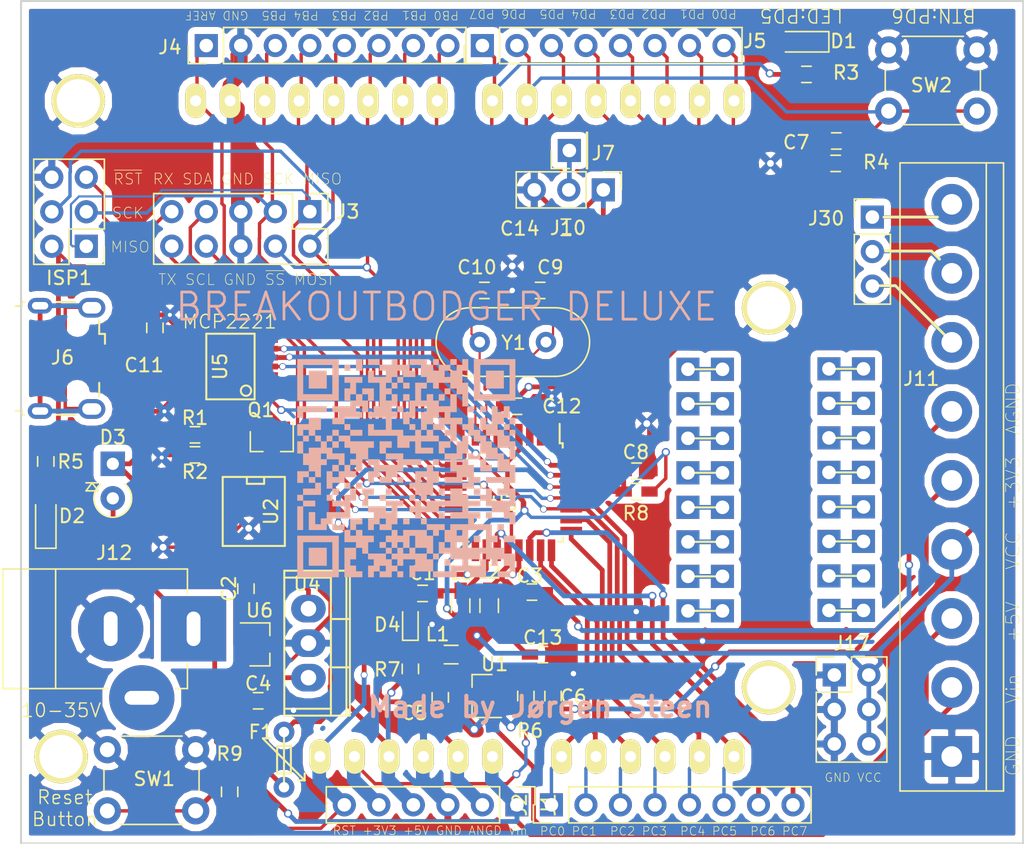
<source format=kicad_pcb>
(kicad_pcb (version 4) (host pcbnew 4.0.7)
  (layers (0 F.Cu signal) (31 B.Cu signal) (34 B.Paste user) (35 F.Paste user) (36 B.SilkS user) (37 F.SilkS user) (38 B.Mask user) (39 F.Mask user) (44 Edge.Cuts user))
  (net 0 "")
  (net 1 AVCC)
  (net 2 GND)
  (net 3 AREF)
  (net 4 +5V)
  (net 5 +3V3)
  (net 6 /PD6)
  (net 7 "/XTAL2(PB7)")
  (net 8 /Vusb)
  (net 9 /PB4)
  (net 10 VCC)
  (net 11 /PB5)
  (net 12 /PB3)
  (net 13 "Net-(D1-Pad2)")
  (net 14 "Net-(D2-Pad2)")
  (net 15 /PC0)
  (net 16 /PC1)
  (net 17 /PC2)
  (net 18 /PC3)
  (net 19 "/PC4(SDA)")
  (net 20 "/PC5(SCL)")
  (net 21 /ADC6)
  (net 22 /ADC7)
  (net 23 /PB2)
  (net 24 "/PD0(RX)")
  (net 25 "/PD1(TX)")
  (net 26 "Net-(J6-Pad2)")
  (net 27 "Net-(J6-Pad3)")
  (net 28 "Net-(J6-Pad4)")
  (net 29 "Net-(J6-Pad6)")
  (net 30 "Net-(Q1-Pad2)")
  (net 31 "Net-(R1-Pad2)")
  (net 32 /PD7)
  (net 33 "Net-(R9-Pad1)")
  (net 34 "Net-(U2-Pad8)")
  (net 35 "Net-(U2-Pad5)")
  (net 36 "Net-(U2-Pad1)")
  (net 37 /PD3)
  (net 38 /PD4)
  (net 39 "/XTAL1(PB6)")
  (net 40 /PD5)
  (net 41 /PB0)
  (net 42 /PB1)
  (net 43 /PD2)
  (net 44 /MCP_GP0)
  (net 45 /MCP_GP1)
  (net 46 /MCP_GP2)
  (net 47 /MCP_GP3)
  (net 48 /MCP_SCL)
  (net 49 /AGND)
  (net 50 "Net-(C2-Pad2)")
  (net 51 "Net-(C4-Pad2)")
  (net 52 /~RESET)
  (net 53 /V_supply)
  (net 54 "Net-(J10-Pad2)")
  (net 55 "Net-(J12-Pad3)")
  (net 56 "Net-(D4-Pad1)")
  (net 57 "Net-(J13-Pad1)")
  (net 58 "Net-(J14-Pad1)")
  (net 59 "Net-(J15-Pad1)")
  (net 60 "Net-(J16-Pad1)")
  (net 61 "Net-(J18-Pad1)")
  (net 62 "Net-(J19-Pad1)")
  (net 63 "Net-(J20-Pad1)")
  (net 64 "Net-(J21-Pad1)")
  (net 65 "Net-(J22-Pad1)")
  (net 66 "Net-(J23-Pad1)")
  (net 67 "Net-(J24-Pad1)")
  (net 68 "Net-(J25-Pad1)")
  (net 69 "Net-(J26-Pad1)")
  (net 70 "Net-(J27-Pad1)")
  (net 71 "Net-(J28-Pad1)")
  (net 72 "Net-(J29-Pad1)")
  (net 73 "Net-(J11-Pad7)")
  (net 74 "Net-(J11-Pad8)")
  (net 75 "Net-(J11-Pad9)")
  (module Pin_Headers:Pin_Header_Straight_2x03_Pitch2.54mm (layer F.Cu) (at 110.1 103.6)
    (fp_text reference J17 (at 1.27 -2.33) (layer F.SilkS))
    (fp_text value Conn_01x06)
    (pad 1 thru_hole rect (at 0 0) (size 1.7 1.7) (drill 1) (layers *.Cu *.Mask) (net 2 GND))
    (pad 2 thru_hole oval (at 2.54 0) (size 1.7 1.7) (drill 1) (layers *.Cu *.Mask) (net 10 VCC))
    (pad 3 thru_hole oval (at 0 2.54) (size 1.7 1.7) (drill 1) (layers *.Cu *.Mask) (net 2 GND))
    (pad 4 thru_hole oval (at 2.54 2.54) (size 1.7 1.7) (drill 1) (layers *.Cu *.Mask) (net 10 VCC))
    (pad 5 thru_hole oval (at 0 5.08) (size 1.7 1.7) (drill 1) (layers *.Cu *.Mask) (net 2 GND))
    (pad 6 thru_hole oval (at 2.54 5.08) (size 1.7 1.7) (drill 1) (layers *.Cu *.Mask) (net 10 VCC))
  )
  (module jorgen:TerminalBlock_bornier-9_P5.08mm (layer F.Cu) (at 118.745 109.601 90)
    (fp_text reference J11 (at 27.801 -2.245 180) (layer F.SilkS))
    (fp_text value "Power terminal")
    (pad 2 thru_hole circle (at 5.08 0 90) (size 3 3) (drill 1.52) (layers *.Cu *.Mask) (net 53 /V_supply))
    (pad 3 thru_hole circle (at 10.16 0 90) (size 3 3) (drill 1.52) (layers *.Cu *.Mask) (net 4 +5V))
    (pad 1 thru_hole rect (at 0 0 90) (size 3 3) (drill 1.52) (layers *.Cu *.Mask) (net 2 GND))
    (pad 4 thru_hole circle (at 15.24 0 90) (size 3 3) (drill 1.52) (layers *.Cu *.Mask) (net 10 VCC))
    (pad 5 thru_hole circle (at 20.32 0 90) (size 3 3) (drill 1.52) (layers *.Cu *.Mask) (net 5 +3V3))
    (pad 6 thru_hole circle (at 25.4 0 90) (size 3 3) (drill 1.52) (layers *.Cu *.Mask) (net 49 /AGND))
    (pad 7 thru_hole circle (at 30.48 0 90) (size 3 3) (drill 1.52) (layers *.Cu *.Mask) (net 73 "Net-(J11-Pad7)"))
    (pad 8 thru_hole circle (at 35.56 0 90) (size 3 3) (drill 1.52) (layers *.Cu *.Mask) (net 74 "Net-(J11-Pad8)"))
    (pad 9 thru_hole circle (at 40.64 0 90) (size 3 3) (drill 1.52) (layers *.Cu *.Mask) (net 75 "Net-(J11-Pad9)"))
  )
  (module Diodes_SMD:D_0603 (layer F.Cu) (at 78.9 99.75 90)
    (fp_text reference D4 (at -0.15 -1.7 180) (layer F.SilkS))
    (fp_text value "5,5+ Zener")
    (pad 1 smd rect (at -0.85 0 90) (size 0.6 0.8) (layers F.Cu F.Paste F.Mask) (net 56 "Net-(D4-Pad1)"))
    (pad 2 smd rect (at 0.85 0 90) (size 0.6 0.8) (layers F.Cu F.Paste F.Mask) (net 2 GND))
  )
  (module Pin_Headers:Pin_Header_Straight_2x05_Pitch2.54mm (layer F.Cu) (at 71.5 69.5 270)
    (fp_text reference J3 (at 0 -2.8 360) (layer F.SilkS))
    (fp_text value Com_header)
    (pad 1 thru_hole rect (at 0 0 270) (size 1.7 1.7) (drill 1) (layers *.Cu *.Mask) (net 9 /PB4))
    (pad 2 thru_hole oval (at 2.54 0 270) (size 1.7 1.7) (drill 1) (layers *.Cu *.Mask) (net 12 /PB3))
    (pad 3 thru_hole oval (at 0 2.54 270) (size 1.7 1.7) (drill 1) (layers *.Cu *.Mask) (net 11 /PB5))
    (pad 4 thru_hole oval (at 2.54 2.54 270) (size 1.7 1.7) (drill 1) (layers *.Cu *.Mask) (net 23 /PB2))
    (pad 5 thru_hole oval (at 0 5.08 270) (size 1.7 1.7) (drill 1) (layers *.Cu *.Mask) (net 2 GND))
    (pad 6 thru_hole oval (at 2.54 5.08 270) (size 1.7 1.7) (drill 1) (layers *.Cu *.Mask) (net 2 GND))
    (pad 7 thru_hole oval (at 0 7.62 270) (size 1.7 1.7) (drill 1) (layers *.Cu *.Mask) (net 19 "/PC4(SDA)"))
    (pad 8 thru_hole oval (at 2.54 7.62 270) (size 1.7 1.7) (drill 1) (layers *.Cu *.Mask) (net 20 "/PC5(SCL)"))
    (pad 9 thru_hole oval (at 0 10.16 270) (size 1.7 1.7) (drill 1) (layers *.Cu *.Mask) (net 24 "/PD0(RX)"))
    (pad 10 thru_hole oval (at 2.54 10.16 270) (size 1.7 1.7) (drill 1) (layers *.Cu *.Mask) (net 25 "/PD1(TX)"))
  )
  (module Crystals:Crystal_HC49-U_Vertical (layer F.Cu) (at 88.88 79.1 180)
    (fp_text reference Y1 (at 2.38 -0.05 180) (layer F.SilkS))
    (fp_text value Crystal)
    (pad 1 thru_hole circle (at 0 0 180) (size 1.5 1.5) (drill 0.8) (layers *.Cu *.Mask) (net 39 "/XTAL1(PB6)"))
    (pad 2 thru_hole circle (at 4.88 0 180) (size 1.5 1.5) (drill 0.8) (layers *.Cu *.Mask) (net 7 "/XTAL2(PB7)"))
  )
  (module LEDs:LED_0805_HandSoldering (layer F.Cu) (at 107.5 57 180)
    (fp_text reference D1 (at -3.274 0.05 180) (layer F.SilkS))
    (fp_text value LED)
    (pad 1 smd rect (at -1.35 0 180) (size 1.5 1.3) (layers F.Cu F.Paste F.Mask) (net 2 GND))
    (pad 2 smd rect (at 1.35 0 180) (size 1.5 1.3) (layers F.Cu F.Paste F.Mask) (net 13 "Net-(D1-Pad2)"))
  )
  (module LEDs:LED_0805_HandSoldering (layer F.Cu) (at 52.07 92.075 90)
    (fp_text reference D2 (at 0.175 1.93 180) (layer F.SilkS))
    (fp_text value LED)
    (pad 1 smd rect (at -1.35 0 90) (size 1.5 1.3) (layers F.Cu F.Paste F.Mask) (net 2 GND))
    (pad 2 smd rect (at 1.35 0 90) (size 1.5 1.3) (layers F.Cu F.Paste F.Mask) (net 14 "Net-(D2-Pad2)"))
  )
  (module Socket_Strips:Socket_Strip_Straight_1x06_Pitch2.54mm (layer F.Cu) (at 86.741 113.157 270)
    (fp_text reference J1 (at 0 -2.33 270) (layer F.SilkS))
    (fp_text value Power_connector)
    (pad 1 thru_hole rect (at 0 0 270) (size 1.7 1.7) (drill 1) (layers *.Cu *.Mask) (net 53 /V_supply))
    (pad 2 thru_hole oval (at 0 2.54 270) (size 1.7 1.7) (drill 1) (layers *.Cu *.Mask) (net 49 /AGND))
    (pad 3 thru_hole oval (at 0 5.08 270) (size 1.7 1.7) (drill 1) (layers *.Cu *.Mask) (net 2 GND))
    (pad 4 thru_hole oval (at 0 7.62 270) (size 1.7 1.7) (drill 1) (layers *.Cu *.Mask) (net 4 +5V))
    (pad 5 thru_hole oval (at 0 10.16 270) (size 1.7 1.7) (drill 1) (layers *.Cu *.Mask) (net 5 +3V3))
    (pad 6 thru_hole oval (at 0 12.7 270) (size 1.7 1.7) (drill 1) (layers *.Cu *.Mask) (net 52 /~RESET))
  )
  (module Socket_Strips:Socket_Strip_Straight_1x08_Pitch2.54mm (layer F.Cu) (at 89.281 113.157 90)
    (fp_text reference J2 (at 0 -2.33 90) (layer F.SilkS))
    (fp_text value ADC_Connector)
    (pad 1 thru_hole rect (at 0 0 90) (size 1.7 1.7) (drill 1) (layers *.Cu *.Mask) (net 15 /PC0))
    (pad 2 thru_hole oval (at 0 2.54 90) (size 1.7 1.7) (drill 1) (layers *.Cu *.Mask) (net 16 /PC1))
    (pad 3 thru_hole oval (at 0 5.08 90) (size 1.7 1.7) (drill 1) (layers *.Cu *.Mask) (net 17 /PC2))
    (pad 4 thru_hole oval (at 0 7.62 90) (size 1.7 1.7) (drill 1) (layers *.Cu *.Mask) (net 18 /PC3))
    (pad 5 thru_hole oval (at 0 10.16 90) (size 1.7 1.7) (drill 1) (layers *.Cu *.Mask) (net 19 "/PC4(SDA)"))
    (pad 6 thru_hole oval (at 0 12.7 90) (size 1.7 1.7) (drill 1) (layers *.Cu *.Mask) (net 20 "/PC5(SCL)"))
    (pad 7 thru_hole oval (at 0 15.24 90) (size 1.7 1.7) (drill 1) (layers *.Cu *.Mask) (net 21 /ADC6))
    (pad 8 thru_hole oval (at 0 17.78 90) (size 1.7 1.7) (drill 1) (layers *.Cu *.Mask) (net 22 /ADC7))
  )
  (module Socket_Strips:Socket_Strip_Straight_1x08_Pitch2.54mm (layer F.Cu) (at 63.881 57.277 90)
    (fp_text reference J4 (at -0.123 -2.681 180) (layer F.SilkS))
    (fp_text value PORB++_connector)
    (pad 1 thru_hole rect (at 0 0 90) (size 1.7 1.7) (drill 1) (layers *.Cu *.Mask) (net 3 AREF))
    (pad 2 thru_hole oval (at 0 2.54 90) (size 1.7 1.7) (drill 1) (layers *.Cu *.Mask) (net 2 GND))
    (pad 3 thru_hole oval (at 0 5.08 90) (size 1.7 1.7) (drill 1) (layers *.Cu *.Mask) (net 11 /PB5))
    (pad 4 thru_hole oval (at 0 7.62 90) (size 1.7 1.7) (drill 1) (layers *.Cu *.Mask) (net 9 /PB4))
    (pad 5 thru_hole oval (at 0 10.16 90) (size 1.7 1.7) (drill 1) (layers *.Cu *.Mask) (net 12 /PB3))
    (pad 6 thru_hole oval (at 0 12.7 90) (size 1.7 1.7) (drill 1) (layers *.Cu *.Mask) (net 23 /PB2))
    (pad 7 thru_hole oval (at 0 15.24 90) (size 1.7 1.7) (drill 1) (layers *.Cu *.Mask) (net 42 /PB1))
    (pad 8 thru_hole oval (at 0 17.78 90) (size 1.7 1.7) (drill 1) (layers *.Cu *.Mask) (net 41 /PB0))
  )
  (module Socket_Strips:Socket_Strip_Straight_1x08_Pitch2.54mm (layer F.Cu) (at 84.201 57.277 90)
    (fp_text reference J5 (at 0.327 20.049 180) (layer F.SilkS))
    (fp_text value PORD_connector)
    (pad 1 thru_hole rect (at 0 0 90) (size 1.7 1.7) (drill 1) (layers *.Cu *.Mask) (net 32 /PD7))
    (pad 2 thru_hole oval (at 0 2.54 90) (size 1.7 1.7) (drill 1) (layers *.Cu *.Mask) (net 6 /PD6))
    (pad 3 thru_hole oval (at 0 5.08 90) (size 1.7 1.7) (drill 1) (layers *.Cu *.Mask) (net 40 /PD5))
    (pad 4 thru_hole oval (at 0 7.62 90) (size 1.7 1.7) (drill 1) (layers *.Cu *.Mask) (net 38 /PD4))
    (pad 5 thru_hole oval (at 0 10.16 90) (size 1.7 1.7) (drill 1) (layers *.Cu *.Mask) (net 37 /PD3))
    (pad 6 thru_hole oval (at 0 12.7 90) (size 1.7 1.7) (drill 1) (layers *.Cu *.Mask) (net 43 /PD2))
    (pad 7 thru_hole oval (at 0 15.24 90) (size 1.7 1.7) (drill 1) (layers *.Cu *.Mask) (net 25 "/PD1(TX)"))
    (pad 8 thru_hole oval (at 0 17.78 90) (size 1.7 1.7) (drill 1) (layers *.Cu *.Mask) (net 24 "/PD0(RX)"))
  )
  (module TO_SOT_Packages_SMD:SOT-23 (layer F.Cu) (at 68.7 86.4 270)
    (fp_text reference Q1 (at -2.3 0.8 360) (layer F.SilkS))
    (fp_text value PMOS)
    (pad 1 smd rect (at -1 -0.95 270) (size 0.9 0.8) (layers F.Cu F.Paste F.Mask) (net 8 /Vusb))
    (pad 2 smd rect (at -1 0.95 270) (size 0.9 0.8) (layers F.Cu F.Paste F.Mask) (net 30 "Net-(Q1-Pad2)"))
    (pad 3 smd rect (at 1 0 270) (size 0.9 0.8) (layers F.Cu F.Paste F.Mask) (net 4 +5V))
  )
  (module TO_SOT_Packages_SMD:SOT-23 (layer F.Cu) (at 84.2 105.15 180)
    (fp_text reference U1 (at -0.9 2.35 180) (layer F.SilkS))
    (fp_text value MCP1700-33)
    (pad 1 smd rect (at -1 -0.95 180) (size 0.9 0.8) (layers F.Cu F.Paste F.Mask) (net 2 GND))
    (pad 2 smd rect (at -1 0.95 180) (size 0.9 0.8) (layers F.Cu F.Paste F.Mask) (net 5 +3V3))
    (pad 3 smd rect (at 1 0 180) (size 0.9 0.8) (layers F.Cu F.Paste F.Mask) (net 4 +5V))
  )
  (module SMD_Packages:SOIC-8-N (layer F.Cu) (at 67.375 91.565 270)
    (fp_text reference U2 (at 0 -1.27 270) (layer F.SilkS))
    (fp_text value TL071)
    (pad 8 smd rect (at -1.905 -3.175 270) (size 0.508 1.143) (layers F.Cu F.Paste F.Mask) (net 34 "Net-(U2-Pad8)"))
    (pad 7 smd rect (at -0.635 -3.175 270) (size 0.508 1.143) (layers F.Cu F.Paste F.Mask) (net 4 +5V))
    (pad 6 smd rect (at 0.635 -3.175 270) (size 0.508 1.143) (layers F.Cu F.Paste F.Mask) (net 30 "Net-(Q1-Pad2)"))
    (pad 5 smd rect (at 1.905 -3.175 270) (size 0.508 1.143) (layers F.Cu F.Paste F.Mask) (net 35 "Net-(U2-Pad5)"))
    (pad 4 smd rect (at 1.905 3.175 270) (size 0.508 1.143) (layers F.Cu F.Paste F.Mask) (net 2 GND))
    (pad 3 smd rect (at 0.635 3.175 270) (size 0.508 1.143) (layers F.Cu F.Paste F.Mask) (net 31 "Net-(R1-Pad2)"))
    (pad 2 smd rect (at -0.635 3.175 270) (size 0.508 1.143) (layers F.Cu F.Paste F.Mask) (net 4 +5V))
    (pad 1 smd rect (at -1.905 3.175 270) (size 0.508 1.143) (layers F.Cu F.Paste F.Mask) (net 36 "Net-(U2-Pad1)"))
  )
  (module Housings_QFP:TQFP-32_7x7mm_Pitch0.8mm (layer F.Cu) (at 86.487 90.17 270)
    (fp_text reference U3 (at 0.83 0.687 360) (layer F.SilkS))
    (fp_text value ATMEGA328P-AU)
    (pad 1 smd rect (at -4.25 -2.8 270) (size 1.6 0.55) (layers F.Cu F.Paste F.Mask) (net 37 /PD3))
    (pad 2 smd rect (at -4.25 -2 270) (size 1.6 0.55) (layers F.Cu F.Paste F.Mask) (net 38 /PD4))
    (pad 3 smd rect (at -4.25 -1.2 270) (size 1.6 0.55) (layers F.Cu F.Paste F.Mask) (net 2 GND))
    (pad 4 smd rect (at -4.25 -0.4 270) (size 1.6 0.55) (layers F.Cu F.Paste F.Mask) (net 10 VCC))
    (pad 5 smd rect (at -4.25 0.4 270) (size 1.6 0.55) (layers F.Cu F.Paste F.Mask) (net 2 GND))
    (pad 6 smd rect (at -4.25 1.2 270) (size 1.6 0.55) (layers F.Cu F.Paste F.Mask) (net 10 VCC))
    (pad 7 smd rect (at -4.25 2 270) (size 1.6 0.55) (layers F.Cu F.Paste F.Mask) (net 39 "/XTAL1(PB6)"))
    (pad 8 smd rect (at -4.25 2.8 270) (size 1.6 0.55) (layers F.Cu F.Paste F.Mask) (net 7 "/XTAL2(PB7)"))
    (pad 9 smd rect (at -2.8 4.25) (size 1.6 0.55) (layers F.Cu F.Paste F.Mask) (net 40 /PD5))
    (pad 10 smd rect (at -2 4.25) (size 1.6 0.55) (layers F.Cu F.Paste F.Mask) (net 6 /PD6))
    (pad 11 smd rect (at -1.2 4.25) (size 1.6 0.55) (layers F.Cu F.Paste F.Mask) (net 32 /PD7))
    (pad 12 smd rect (at -0.4 4.25) (size 1.6 0.55) (layers F.Cu F.Paste F.Mask) (net 41 /PB0))
    (pad 13 smd rect (at 0.4 4.25) (size 1.6 0.55) (layers F.Cu F.Paste F.Mask) (net 42 /PB1))
    (pad 14 smd rect (at 1.2 4.25) (size 1.6 0.55) (layers F.Cu F.Paste F.Mask) (net 23 /PB2))
    (pad 15 smd rect (at 2 4.25) (size 1.6 0.55) (layers F.Cu F.Paste F.Mask) (net 12 /PB3))
    (pad 16 smd rect (at 2.8 4.25) (size 1.6 0.55) (layers F.Cu F.Paste F.Mask) (net 9 /PB4))
    (pad 17 smd rect (at 4.25 2.8 270) (size 1.6 0.55) (layers F.Cu F.Paste F.Mask) (net 11 /PB5))
    (pad 18 smd rect (at 4.25 2 270) (size 1.6 0.55) (layers F.Cu F.Paste F.Mask) (net 1 AVCC))
    (pad 19 smd rect (at 4.25 1.2 270) (size 1.6 0.55) (layers F.Cu F.Paste F.Mask) (net 21 /ADC6))
    (pad 20 smd rect (at 4.25 0.4 270) (size 1.6 0.55) (layers F.Cu F.Paste F.Mask) (net 3 AREF))
    (pad 21 smd rect (at 4.25 -0.4 270) (size 1.6 0.55) (layers F.Cu F.Paste F.Mask) (net 49 /AGND))
    (pad 22 smd rect (at 4.25 -1.2 270) (size 1.6 0.55) (layers F.Cu F.Paste F.Mask) (net 22 /ADC7))
    (pad 23 smd rect (at 4.25 -2 270) (size 1.6 0.55) (layers F.Cu F.Paste F.Mask) (net 15 /PC0))
    (pad 24 smd rect (at 4.25 -2.8 270) (size 1.6 0.55) (layers F.Cu F.Paste F.Mask) (net 16 /PC1))
    (pad 25 smd rect (at 2.8 -4.25) (size 1.6 0.55) (layers F.Cu F.Paste F.Mask) (net 17 /PC2))
    (pad 26 smd rect (at 2 -4.25) (size 1.6 0.55) (layers F.Cu F.Paste F.Mask) (net 18 /PC3))
    (pad 27 smd rect (at 1.2 -4.25) (size 1.6 0.55) (layers F.Cu F.Paste F.Mask) (net 19 "/PC4(SDA)"))
    (pad 28 smd rect (at 0.4 -4.25) (size 1.6 0.55) (layers F.Cu F.Paste F.Mask) (net 20 "/PC5(SCL)"))
    (pad 29 smd rect (at -0.4 -4.25) (size 1.6 0.55) (layers F.Cu F.Paste F.Mask) (net 52 /~RESET))
    (pad 30 smd rect (at -1.2 -4.25) (size 1.6 0.55) (layers F.Cu F.Paste F.Mask) (net 24 "/PD0(RX)"))
    (pad 31 smd rect (at -2 -4.25) (size 1.6 0.55) (layers F.Cu F.Paste F.Mask) (net 25 "/PD1(TX)"))
    (pad 32 smd rect (at -2.8 -4.25) (size 1.6 0.55) (layers F.Cu F.Paste F.Mask) (net 43 /PD2))
  )
  (module SMD_Packages:SSOP-14 (layer F.Cu) (at 65.659 80.899 90)
    (fp_text reference U5 (at 0 -0.762 90) (layer F.SilkS))
    (fp_text value MCP2221)
    (pad 1 smd rect (at -1.9304 2.794 90) (size 0.4318 1.397) (layers F.Cu F.Paste F.Mask) (net 10 VCC))
    (pad 2 smd rect (at -1.2954 2.794 90) (size 0.4318 1.397) (layers F.Cu F.Paste F.Mask) (net 44 /MCP_GP0))
    (pad 3 smd rect (at -0.635 2.794 90) (size 0.4318 1.397) (layers F.Cu F.Paste F.Mask) (net 45 /MCP_GP1))
    (pad 4 smd rect (at 0 2.794 90) (size 0.4318 1.397) (layers F.Cu F.Paste F.Mask) (net 52 /~RESET))
    (pad 5 smd rect (at 0.6604 2.794 90) (size 0.4318 1.397) (layers F.Cu F.Paste F.Mask) (net 24 "/PD0(RX)"))
    (pad 6 smd rect (at 1.3081 2.794 90) (size 0.4318 1.397) (layers F.Cu F.Paste F.Mask) (net 25 "/PD1(TX)"))
    (pad 7 smd rect (at 1.9558 2.794 90) (size 0.4318 1.397) (layers F.Cu F.Paste F.Mask) (net 46 /MCP_GP2))
    (pad 8 smd rect (at 1.9558 -2.794 90) (size 0.4318 1.397) (layers F.Cu F.Paste F.Mask) (net 47 /MCP_GP3))
    (pad 9 smd rect (at 1.3081 -2.794 90) (size 0.4318 1.397) (layers F.Cu F.Paste F.Mask) (net 48 /MCP_SCL))
    (pad 10 smd rect (at 0.6604 -2.794 90) (size 0.4318 1.397) (layers F.Cu F.Paste F.Mask) (net 48 /MCP_SCL))
    (pad 11 smd rect (at 0 -2.794 90) (size 0.4318 1.397) (layers F.Cu F.Paste F.Mask) (net 8 /Vusb))
    (pad 12 smd rect (at -0.6477 -2.794 90) (size 0.4318 1.397) (layers F.Cu F.Paste F.Mask) (net 26 "Net-(J6-Pad2)"))
    (pad 13 smd rect (at -1.2954 -2.794 90) (size 0.4318 1.397) (layers F.Cu F.Paste F.Mask) (net 27 "Net-(J6-Pad3)"))
    (pad 14 smd rect (at -1.9431 -2.794 90) (size 0.4318 1.397) (layers F.Cu F.Paste F.Mask) (net 2 GND))
  )
  (module jorgen:Polyfuse (layer F.Cu) (at 69.6 109.832 270)
    (fp_text reference F1 (at -2.032 1.7 360) (layer F.SilkS))
    (fp_text value Polyfuse)
    (pad 1 thru_hole circle (at -2.032 0 270) (size 1.524 1.524) (drill 0.762) (layers *.Cu *.Mask) (net 4 +5V))
    (pad 2 thru_hole circle (at 2.032 0 270) (size 1.524 1.524) (drill 0.762) (layers *.Cu *.Mask) (net 51 "Net-(C4-Pad2)"))
  )
  (module Pin_Headers:Pin_Header_Straight_1x03_Pitch2.54mm (layer F.Cu) (at 93.1 67.9 270)
    (fp_text reference J10 (at 2.8 2.6 360) (layer F.SilkS))
    (fp_text value Device_Connector)
    (pad 1 thru_hole rect (at 0 0 270) (size 1.7 1.7) (drill 1) (layers *.Cu *.Mask) (net 10 VCC))
    (pad 2 thru_hole oval (at 0 2.54 270) (size 1.7 1.7) (drill 1) (layers *.Cu *.Mask) (net 54 "Net-(J10-Pad2)"))
    (pad 3 thru_hole oval (at 0 5.08 270) (size 1.7 1.7) (drill 1) (layers *.Cu *.Mask) (net 2 GND))
  )
  (module Capacitors_SMD:C_0603_HandSoldering (layer F.Cu) (at 79.8 97.6)
    (fp_text reference C1 (at 0 -1.5) (layer F.SilkS))
    (fp_text value 100n)
    (pad 1 smd rect (at -0.95 0) (size 1.2 0.75) (layers F.Cu F.Paste F.Mask) (net 49 /AGND))
    (pad 2 smd rect (at 0.95 0) (size 1.2 0.75) (layers F.Cu F.Paste F.Mask) (net 1 AVCC))
  )
  (module Capacitors_SMD:C_0603_HandSoldering (layer F.Cu) (at 66.8 97.25 90)
    (fp_text reference C2 (at 0 -1.25 90) (layer F.SilkS))
    (fp_text value 1u)
    (pad 1 smd rect (at -0.95 0 90) (size 1.2 0.75) (layers F.Cu F.Paste F.Mask) (net 2 GND))
    (pad 2 smd rect (at 0.95 0 90) (size 1.2 0.75) (layers F.Cu F.Paste F.Mask) (net 50 "Net-(C2-Pad2)"))
  )
  (module Capacitors_SMD:C_0603_HandSoldering (layer F.Cu) (at 87.85 97.5 180)
    (fp_text reference C3 (at 0.15 1.2 180) (layer F.SilkS))
    (fp_text value 100n)
    (pad 1 smd rect (at -0.95 0 180) (size 1.2 0.75) (layers F.Cu F.Paste F.Mask) (net 49 /AGND))
    (pad 2 smd rect (at 0.95 0 180) (size 1.2 0.75) (layers F.Cu F.Paste F.Mask) (net 3 AREF))
  )
  (module Capacitors_SMD:C_0603_HandSoldering (layer F.Cu) (at 67.7 105.5 180)
    (fp_text reference C4 (at 0 1.27 180) (layer F.SilkS))
    (fp_text value 100n)
    (pad 1 smd rect (at -0.95 0 180) (size 1.2 0.75) (layers F.Cu F.Paste F.Mask) (net 2 GND))
    (pad 2 smd rect (at 0.95 0 180) (size 1.2 0.75) (layers F.Cu F.Paste F.Mask) (net 51 "Net-(C4-Pad2)"))
  )
  (module Capacitors_SMD:C_0603_HandSoldering (layer F.Cu) (at 81.1 105.25 90)
    (fp_text reference C5 (at -1.15 -1.9 180) (layer F.SilkS))
    (fp_text value 1u)
    (pad 1 smd rect (at -0.95 0 90) (size 1.2 0.75) (layers F.Cu F.Paste F.Mask) (net 2 GND))
    (pad 2 smd rect (at 0.95 0 90) (size 1.2 0.75) (layers F.Cu F.Paste F.Mask) (net 4 +5V))
  )
  (module Capacitors_SMD:C_0603_HandSoldering (layer F.Cu) (at 89.4 105.15 270)
    (fp_text reference C6 (at 0.05 -1.5 360) (layer F.SilkS))
    (fp_text value 100n)
    (pad 1 smd rect (at -0.95 0 270) (size 1.2 0.75) (layers F.Cu F.Paste F.Mask) (net 2 GND))
    (pad 2 smd rect (at 0.95 0 270) (size 1.2 0.75) (layers F.Cu F.Paste F.Mask) (net 5 +3V3))
  )
  (module Capacitors_SMD:C_0603_HandSoldering (layer F.Cu) (at 110.25 64.3)
    (fp_text reference C7 (at -2.95 0.1) (layer F.SilkS))
    (fp_text value 100n)
    (pad 1 smd rect (at -0.95 0) (size 1.2 0.75) (layers F.Cu F.Paste F.Mask) (net 2 GND))
    (pad 2 smd rect (at 0.95 0) (size 1.2 0.75) (layers F.Cu F.Paste F.Mask) (net 6 /PD6))
  )
  (module Capacitors_SMD:C_0603_HandSoldering (layer F.Cu) (at 95.55 88.6)
    (fp_text reference C8 (at -0.05 -1.4) (layer F.SilkS))
    (fp_text value 100n)
    (pad 1 smd rect (at -0.95 0) (size 1.2 0.75) (layers F.Cu F.Paste F.Mask) (net 52 /~RESET))
    (pad 2 smd rect (at 0.95 0) (size 1.2 0.75) (layers F.Cu F.Paste F.Mask) (net 2 GND))
  )
  (module Capacitors_SMD:C_0603_HandSoldering (layer F.Cu) (at 88.45 75.3)
    (fp_text reference C9 (at 0.75 -1.7) (layer F.SilkS))
    (fp_text value 22p)
    (pad 1 smd rect (at -0.95 0) (size 1.2 0.75) (layers F.Cu F.Paste F.Mask) (net 2 GND))
    (pad 2 smd rect (at 0.95 0) (size 1.2 0.75) (layers F.Cu F.Paste F.Mask) (net 39 "/XTAL1(PB6)"))
  )
  (module Capacitors_SMD:C_0603_HandSoldering (layer F.Cu) (at 84.35 75.3 180)
    (fp_text reference C10 (at 0.55 1.7 180) (layer F.SilkS))
    (fp_text value 22p)
    (pad 1 smd rect (at -0.95 0 180) (size 1.2 0.75) (layers F.Cu F.Paste F.Mask) (net 2 GND))
    (pad 2 smd rect (at 0.95 0 180) (size 1.2 0.75) (layers F.Cu F.Paste F.Mask) (net 7 "/XTAL2(PB7)"))
  )
  (module Capacitors_SMD:C_0603_HandSoldering (layer F.Cu) (at 60.1 78.05 270)
    (fp_text reference C11 (at 2.75 0.8 360) (layer F.SilkS))
    (fp_text value 100n)
    (pad 1 smd rect (at -0.95 0 270) (size 1.2 0.75) (layers F.Cu F.Paste F.Mask) (net 2 GND))
    (pad 2 smd rect (at 0.95 0 270) (size 1.2 0.75) (layers F.Cu F.Paste F.Mask) (net 8 /Vusb))
  )
  (module Capacitors_SMD:C_0603_HandSoldering (layer F.Cu) (at 86.748 83.826 180)
    (fp_text reference C12 (at -3.302 0 360) (layer F.SilkS))
    (fp_text value 100n)
    (pad 1 smd rect (at -0.95 0 180) (size 1.2 0.75) (layers F.Cu F.Paste F.Mask) (net 2 GND))
    (pad 2 smd rect (at 0.95 0 180) (size 1.2 0.75) (layers F.Cu F.Paste F.Mask) (net 10 VCC))
  )
  (module Pin_Headers:Pin_Header_Straight_1x01_Pitch2.54mm (layer F.Cu) (at 90.6 65 90)
    (fp_text reference J7 (at -0.2 2.5 180) (layer F.SilkS))
    (fp_text value Conn_01x01)
    (pad 1 thru_hole rect (at 0 0 90) (size 1.7 1.7) (drill 1) (layers *.Cu *.Mask) (net 54 "Net-(J10-Pad2)"))
  )
  (module Capacitors_SMD:C_0603_HandSoldering (layer F.Cu) (at 63.048 85.926)
    (fp_text reference R1 (at 0 -1.25) (layer F.SilkS))
    (fp_text value 10kR)
    (pad 1 smd rect (at -0.95 0) (size 1.2 0.75) (layers F.Cu F.Paste F.Mask) (net 50 "Net-(C2-Pad2)"))
    (pad 2 smd rect (at 0.95 0) (size 1.2 0.75) (layers F.Cu F.Paste F.Mask) (net 31 "Net-(R1-Pad2)"))
  )
  (module Capacitors_SMD:C_0603_HandSoldering (layer F.Cu) (at 63.05 87.4 180)
    (fp_text reference R2 (at 0 -1.25 180) (layer F.SilkS))
    (fp_text value 20k)
    (pad 1 smd rect (at -0.95 0 180) (size 1.2 0.75) (layers F.Cu F.Paste F.Mask) (net 31 "Net-(R1-Pad2)"))
    (pad 2 smd rect (at 0.95 0 180) (size 1.2 0.75) (layers F.Cu F.Paste F.Mask) (net 2 GND))
  )
  (module Capacitors_SMD:C_0603_HandSoldering (layer F.Cu) (at 108.05 59.4)
    (fp_text reference R3 (at 2.921 -0.127) (layer F.SilkS))
    (fp_text value 1k)
    (pad 1 smd rect (at -0.95 0) (size 1.2 0.75) (layers F.Cu F.Paste F.Mask) (net 32 /PD7))
    (pad 2 smd rect (at 0.95 0) (size 1.2 0.75) (layers F.Cu F.Paste F.Mask) (net 13 "Net-(D1-Pad2)"))
  )
  (module Capacitors_SMD:C_0603_HandSoldering (layer F.Cu) (at 110.2 65.95 180)
    (fp_text reference R4 (at -2.986 0.087 180) (layer F.SilkS))
    (fp_text value 100kR)
    (pad 1 smd rect (at -0.95 0 180) (size 1.2 0.75) (layers F.Cu F.Paste F.Mask) (net 10 VCC))
    (pad 2 smd rect (at 0.95 0 180) (size 1.2 0.75) (layers F.Cu F.Paste F.Mask) (net 6 /PD6))
  )
  (module Capacitors_SMD:C_0603_HandSoldering (layer F.Cu) (at 52.07 87.884 270)
    (fp_text reference R5 (at 0.016 -1.83 360) (layer F.SilkS))
    (fp_text value 1kR)
    (pad 1 smd rect (at -0.95 0 270) (size 1.2 0.75) (layers F.Cu F.Paste F.Mask) (net 10 VCC))
    (pad 2 smd rect (at 0.95 0 270) (size 1.2 0.75) (layers F.Cu F.Paste F.Mask) (net 14 "Net-(D2-Pad2)"))
  )
  (module Capacitors_SMD:C_0603_HandSoldering (layer F.Cu) (at 87.4 105.15 90)
    (fp_text reference R6 (at -2.55 0.3 360) (layer F.SilkS))
    (fp_text value 0R)
    (pad 1 smd rect (at -0.95 0 90) (size 1.2 0.75) (layers F.Cu F.Paste F.Mask) (net 5 +3V3))
    (pad 2 smd rect (at 0.95 0 90) (size 1.2 0.75) (layers F.Cu F.Paste F.Mask) (net 56 "Net-(D4-Pad1)"))
  )
  (module Capacitors_SMD:C_0603_HandSoldering (layer F.Cu) (at 78.9 103.15 90)
    (fp_text reference R7 (at -0.05 -1.7 360) (layer F.SilkS))
    (fp_text value 0R)
    (pad 1 smd rect (at -0.95 0 90) (size 1.2 0.75) (layers F.Cu F.Paste F.Mask) (net 4 +5V))
    (pad 2 smd rect (at 0.95 0 90) (size 1.2 0.75) (layers F.Cu F.Paste F.Mask) (net 56 "Net-(D4-Pad1)"))
  )
  (module Capacitors_SMD:C_0603_HandSoldering (layer F.Cu) (at 95.55 90.1 180)
    (fp_text reference R8 (at 0.05 -1.6 180) (layer F.SilkS))
    (fp_text value 4,7k)
    (pad 1 smd rect (at -0.95 0 180) (size 1.2 0.75) (layers F.Cu F.Paste F.Mask) (net 10 VCC))
    (pad 2 smd rect (at 0.95 0 180) (size 1.2 0.75) (layers F.Cu F.Paste F.Mask) (net 52 /~RESET))
  )
  (module Capacitors_SMD:C_0603_HandSoldering (layer F.Cu) (at 65.6 112.2 270)
    (fp_text reference R9 (at -2.8 0 360) (layer F.SilkS))
    (fp_text value 330)
    (pad 1 smd rect (at -0.95 0 270) (size 1.2 0.75) (layers F.Cu F.Paste F.Mask) (net 33 "Net-(R9-Pad1)"))
    (pad 2 smd rect (at 0.95 0 270) (size 1.2 0.75) (layers F.Cu F.Paste F.Mask) (net 52 /~RESET))
  )
  (module TO_SOT_Packages_SMD:SOT-23 (layer F.Cu) (at 67.8 101.35)
    (fp_text reference U6 (at 0 -2.5) (layer F.SilkS))
    (fp_text value NCP1117-5)
    (pad 1 smd rect (at -1 -0.95) (size 0.9 0.8) (layers F.Cu F.Paste F.Mask) (net 2 GND))
    (pad 2 smd rect (at -1 0.95) (size 0.9 0.8) (layers F.Cu F.Paste F.Mask) (net 51 "Net-(C4-Pad2)"))
    (pad 3 smd rect (at 1 0) (size 0.9 0.8) (layers F.Cu F.Paste F.Mask) (net 50 "Net-(C2-Pad2)"))
  )
  (module Connectors_USB:USB_Micro-B_Wuerth-629105150521 (layer F.Cu) (at 53.6 80.3 270)
    (fp_text reference J6 (at -0.064 0.299 360) (layer F.SilkS))
    (fp_text value USB)
    (pad 1 smd rect (at -1.3 -1.9 270) (size 0.45 1.3) (layers F.Cu F.Paste F.Mask) (net 8 /Vusb))
    (pad 2 smd rect (at -0.65 -1.9 270) (size 0.45 1.3) (layers F.Cu F.Paste F.Mask) (net 26 "Net-(J6-Pad2)"))
    (pad 3 smd rect (at 0 -1.9 270) (size 0.45 1.3) (layers F.Cu F.Paste F.Mask) (net 27 "Net-(J6-Pad3)"))
    (pad 4 smd rect (at 0.65 -1.9 270) (size 0.45 1.3) (layers F.Cu F.Paste F.Mask) (net 28 "Net-(J6-Pad4)"))
    (pad 5 smd rect (at 1.3 -1.9 270) (size 0.45 1.3) (layers F.Cu F.Paste F.Mask) (net 2 GND))
    (pad 6 thru_hole oval (at -3.725 -1.85 270) (size 1.45 2) (drill oval 0.85 1.4) (layers *.Cu *.Mask) (net 29 "Net-(J6-Pad6)"))
    (pad 6 thru_hole oval (at 3.725 -1.85 270) (size 1.45 2) (drill oval 0.85 1.4) (layers *.Cu *.Mask) (net 29 "Net-(J6-Pad6)"))
    (pad 6 thru_hole oval (at -3.875 1.95 270) (size 1.15 1.8) (drill oval 0.55 1.2) (layers *.Cu *.Mask) (net 29 "Net-(J6-Pad6)"))
    (pad 6 thru_hole oval (at 3.875 1.95 270) (size 1.15 1.8) (drill oval 0.55 1.2) (layers *.Cu *.Mask) (net 29 "Net-(J6-Pad6)"))
    (pad "" np_thru_hole oval (at -2.5 -0.8 270) (size 0.8 0.8) (drill 0.8) (layers *.Cu *.Mask))
    (pad "" np_thru_hole oval (at 2.5 -0.8 270) (size 0.8 0.8) (drill 0.8) (layers *.Cu *.Mask))
  )
  (module Pin_Headers:Pin_Header_Straight_1x03_Pitch2.54mm (layer F.Cu) (at 112.9 69.9)
    (fp_text reference J30 (at -3.4 0.1) (layer F.SilkS))
    (fp_text value "Pin out")
    (pad 1 thru_hole rect (at 0 0) (size 1.7 1.7) (drill 1) (layers *.Cu *.Mask) (net 75 "Net-(J11-Pad9)"))
    (pad 2 thru_hole oval (at 0 2.54) (size 1.7 1.7) (drill 1) (layers *.Cu *.Mask) (net 74 "Net-(J11-Pad8)"))
    (pad 3 thru_hole oval (at 0 5.08) (size 1.7 1.7) (drill 1) (layers *.Cu *.Mask) (net 73 "Net-(J11-Pad7)"))
  )
  (module Power_Integrations:TO-220 (layer F.Cu) (at 71.4 101.26 270)
    (fp_text reference U4 (at -4.36 0.1 360) (layer F.SilkS))
    (fp_text value L7805)
    (pad 2 thru_hole oval (at 0 0 270) (size 2.032 2.54) (drill 1.143) (layers *.Cu *.Mask) (net 2 GND))
    (pad 3 thru_hole oval (at 2.54 0 270) (size 2.032 2.54) (drill 1.143) (layers *.Cu *.Mask) (net 51 "Net-(C4-Pad2)"))
    (pad 1 thru_hole oval (at -2.54 0 270) (size 2.032 2.54) (drill 1.143) (layers *.Cu *.Mask) (net 50 "Net-(C2-Pad2)"))
  )
  (module jorgen:Pin_Header_Straight_1x02_Pitch2.54mm (layer F.Cu) (at 109.707158 96.311198 90)
    (fp_text reference J13 hide)
    (fp_text value 1x2)
    (pad 1 thru_hole rect (at 0 0 90) (size 1.7 1.7) (drill 1) (layers *.Cu *.Mask) (net 57 "Net-(J13-Pad1)"))
    (pad 2 thru_hole rect (at 0 2.54 90) (size 1.7 1.7) (drill 1) (layers *.Cu *.Mask) (net 57 "Net-(J13-Pad1)"))
  )
  (module jorgen:Pin_Header_Straight_1x02_Pitch2.54mm (layer F.Cu) (at 99.329158 96.343198 90)
    (fp_text reference J14 hide)
    (fp_text value 1x2)
    (pad 1 thru_hole rect (at 0 0 90) (size 1.7 1.7) (drill 1) (layers *.Cu *.Mask) (net 58 "Net-(J14-Pad1)"))
    (pad 2 thru_hole rect (at 0 2.54 90) (size 1.7 1.7) (drill 1) (layers *.Cu *.Mask) (net 58 "Net-(J14-Pad1)"))
  )
  (module jorgen:Pin_Header_Straight_1x02_Pitch2.54mm (layer F.Cu) (at 109.707158 91.231198 90)
    (fp_text reference J15 hide)
    (fp_text value 1x2)
    (pad 1 thru_hole rect (at 0 0 90) (size 1.7 1.7) (drill 1) (layers *.Cu *.Mask) (net 59 "Net-(J15-Pad1)"))
    (pad 2 thru_hole rect (at 0 2.54 90) (size 1.7 1.7) (drill 1) (layers *.Cu *.Mask) (net 59 "Net-(J15-Pad1)"))
  )
  (module jorgen:Pin_Header_Straight_1x02_Pitch2.54mm (layer F.Cu) (at 109.707158 93.771198 90)
    (fp_text reference J16 hide)
    (fp_text value 1x2)
    (pad 1 thru_hole rect (at 0 0 90) (size 1.7 1.7) (drill 1) (layers *.Cu *.Mask) (net 60 "Net-(J16-Pad1)"))
    (pad 2 thru_hole rect (at 0 2.54 90) (size 1.7 1.7) (drill 1) (layers *.Cu *.Mask) (net 60 "Net-(J16-Pad1)"))
  )
  (module jorgen:Pin_Header_Straight_1x02_Pitch2.54mm (layer F.Cu) (at 99.329158 93.803198 90)
    (fp_text reference J18 hide)
    (fp_text value 1x2)
    (pad 1 thru_hole rect (at 0 0 90) (size 1.7 1.7) (drill 1) (layers *.Cu *.Mask) (net 61 "Net-(J18-Pad1)"))
    (pad 2 thru_hole rect (at 0 2.54 90) (size 1.7 1.7) (drill 1) (layers *.Cu *.Mask) (net 61 "Net-(J18-Pad1)"))
  )
  (module jorgen:Pin_Header_Straight_1x02_Pitch2.54mm (layer F.Cu) (at 99.329158 91.263198 90)
    (fp_text reference J19 hide)
    (fp_text value 1x2)
    (pad 1 thru_hole rect (at 0 0 90) (size 1.7 1.7) (drill 1) (layers *.Cu *.Mask) (net 62 "Net-(J19-Pad1)"))
    (pad 2 thru_hole rect (at 0 2.54 90) (size 1.7 1.7) (drill 1) (layers *.Cu *.Mask) (net 62 "Net-(J19-Pad1)"))
  )
  (module jorgen:Pin_Header_Straight_1x02_Pitch2.54mm (layer F.Cu) (at 99.329158 88.723198 90)
    (fp_text reference J20 hide)
    (fp_text value 1x2)
    (pad 1 thru_hole rect (at 0 0 90) (size 1.7 1.7) (drill 1) (layers *.Cu *.Mask) (net 63 "Net-(J20-Pad1)"))
    (pad 2 thru_hole rect (at 0 2.54 90) (size 1.7 1.7) (drill 1) (layers *.Cu *.Mask) (net 63 "Net-(J20-Pad1)"))
  )
  (module jorgen:Pin_Header_Straight_1x02_Pitch2.54mm (layer F.Cu) (at 99.329158 86.183198 90)
    (fp_text reference J21 hide)
    (fp_text value 1x2)
    (pad 1 thru_hole rect (at 0 0 90) (size 1.7 1.7) (drill 1) (layers *.Cu *.Mask) (net 64 "Net-(J21-Pad1)"))
    (pad 2 thru_hole rect (at 0 2.54 90) (size 1.7 1.7) (drill 1) (layers *.Cu *.Mask) (net 64 "Net-(J21-Pad1)"))
  )
  (module jorgen:Pin_Header_Straight_1x02_Pitch2.54mm (layer F.Cu) (at 99.329158 83.643198 90)
    (fp_text reference J22 hide)
    (fp_text value 1x2)
    (pad 1 thru_hole rect (at 0 0 90) (size 1.7 1.7) (drill 1) (layers *.Cu *.Mask) (net 65 "Net-(J22-Pad1)"))
    (pad 2 thru_hole rect (at 0 2.54 90) (size 1.7 1.7) (drill 1) (layers *.Cu *.Mask) (net 65 "Net-(J22-Pad1)"))
  )
  (module jorgen:Pin_Header_Straight_1x02_Pitch2.54mm (layer F.Cu) (at 99.329158 81.103198 90)
    (fp_text reference J23 hide)
    (fp_text value 1x2)
    (pad 1 thru_hole rect (at 0 0 90) (size 1.7 1.7) (drill 1) (layers *.Cu *.Mask) (net 66 "Net-(J23-Pad1)"))
    (pad 2 thru_hole rect (at 0 2.54 90) (size 1.7 1.7) (drill 1) (layers *.Cu *.Mask) (net 66 "Net-(J23-Pad1)"))
  )
  (module jorgen:Pin_Header_Straight_1x02_Pitch2.54mm (layer F.Cu) (at 109.707158 81.071198 90)
    (fp_text reference J24 hide)
    (fp_text value 1x2)
    (pad 1 thru_hole rect (at 0 0 90) (size 1.7 1.7) (drill 1) (layers *.Cu *.Mask) (net 67 "Net-(J24-Pad1)"))
    (pad 2 thru_hole rect (at 0 2.54 90) (size 1.7 1.7) (drill 1) (layers *.Cu *.Mask) (net 67 "Net-(J24-Pad1)"))
  )
  (module jorgen:Pin_Header_Straight_1x02_Pitch2.54mm (layer F.Cu) (at 109.707158 98.851198 90)
    (fp_text reference J25 hide)
    (fp_text value 1x2)
    (pad 1 thru_hole rect (at 0 0 90) (size 1.7 1.7) (drill 1) (layers *.Cu *.Mask) (net 68 "Net-(J25-Pad1)"))
    (pad 2 thru_hole rect (at 0 2.54 90) (size 1.7 1.7) (drill 1) (layers *.Cu *.Mask) (net 68 "Net-(J25-Pad1)"))
  )
  (module jorgen:Pin_Header_Straight_1x02_Pitch2.54mm (layer F.Cu) (at 99.329158 98.883198 90)
    (fp_text reference J26 hide)
    (fp_text value 1x2)
    (pad 1 thru_hole rect (at 0 0 90) (size 1.7 1.7) (drill 1) (layers *.Cu *.Mask) (net 69 "Net-(J26-Pad1)"))
    (pad 2 thru_hole rect (at 0 2.54 90) (size 1.7 1.7) (drill 1) (layers *.Cu *.Mask) (net 69 "Net-(J26-Pad1)"))
  )
  (module jorgen:Pin_Header_Straight_1x02_Pitch2.54mm (layer F.Cu) (at 109.707158 83.611198 90)
    (fp_text reference J27 hide)
    (fp_text value 1x2)
    (pad 1 thru_hole rect (at 0 0 90) (size 1.7 1.7) (drill 1) (layers *.Cu *.Mask) (net 70 "Net-(J27-Pad1)"))
    (pad 2 thru_hole rect (at 0 2.54 90) (size 1.7 1.7) (drill 1) (layers *.Cu *.Mask) (net 70 "Net-(J27-Pad1)"))
  )
  (module jorgen:Pin_Header_Straight_1x02_Pitch2.54mm (layer F.Cu) (at 109.707158 86.151198 90)
    (fp_text reference J28 hide)
    (fp_text value 1x2)
    (pad 1 thru_hole rect (at 0 0 90) (size 1.7 1.7) (drill 1) (layers *.Cu *.Mask) (net 71 "Net-(J28-Pad1)"))
    (pad 2 thru_hole rect (at 0 2.54 90) (size 1.7 1.7) (drill 1) (layers *.Cu *.Mask) (net 71 "Net-(J28-Pad1)"))
  )
  (module jorgen:Pin_Header_Straight_1x02_Pitch2.54mm (layer F.Cu) (at 109.707158 88.691198 90)
    (fp_text reference J29 hide)
    (fp_text value 1x2)
    (pad 1 thru_hole rect (at 0 0 90) (size 1.7 1.7) (drill 1) (layers *.Cu *.Mask) (net 72 "Net-(J29-Pad1)"))
    (pad 2 thru_hole rect (at 0 2.54 90) (size 1.7 1.7) (drill 1) (layers *.Cu *.Mask) (net 72 "Net-(J29-Pad1)"))
  )
  (module Diodes_THT:D_A-405_P2.54mm_Vertical_KathodeUp (layer F.Cu) (at 57 88.06 270)
    (fp_text reference D3 (at -1.96 0 360) (layer F.SilkS))
    (fp_text value D_Schottky)
    (pad 1 thru_hole rect (at 0 0 270) (size 1.8 1.8) (drill 0.9) (layers *.Cu *.Mask) (net 50 "Net-(C2-Pad2)"))
    (pad 2 thru_hole oval (at 2.54 0 270) (size 1.8 1.8) (drill 0.9) (layers *.Cu *.Mask) (net 53 /V_supply))
  )
  (module Inductors_SMD:L_0603_HandSoldering (layer F.Cu) (at 81.9 102.1 180)
    (fp_text reference L1 (at 1 1.5 180) (layer F.SilkS))
    (fp_text value "F B")
    (pad 1 smd rect (at -1.1 0 180) (size 1.2 0.9) (layers F.Cu F.Paste F.Mask) (net 10 VCC))
    (pad 2 smd rect (at 1.1 0 180) (size 1.2 0.9) (layers F.Cu F.Paste F.Mask) (net 56 "Net-(D4-Pad1)"))
  )
  (module Inductors_SMD:L_0603_HandSoldering (layer F.Cu) (at 84.7 98.5 270)
    (fp_text reference L2 (at -2.5 0 360) (layer F.SilkS))
    (fp_text value "F B")
    (pad 1 smd rect (at -1.1 0 270) (size 1.2 0.9) (layers F.Cu F.Paste F.Mask) (net 3 AREF))
    (pad 2 smd rect (at 1.1 0 270) (size 1.2 0.9) (layers F.Cu F.Paste F.Mask) (net 10 VCC))
  )
  (module Inductors_SMD:L_0603_HandSoldering (layer F.Cu) (at 82.6 98.5 270)
    (fp_text reference L3 (at -2.4 -0.1 360) (layer F.SilkS))
    (fp_text value "F B")
    (pad 1 smd rect (at -1.1 0 270) (size 1.2 0.9) (layers F.Cu F.Paste F.Mask) (net 1 AVCC))
    (pad 2 smd rect (at 1.1 0 270) (size 1.2 0.9) (layers F.Cu F.Paste F.Mask) (net 10 VCC))
  )
  (module Capacitors_SMD:C_0603_HandSoldering (layer F.Cu) (at 88.65 102.1)
    (fp_text reference C13 (at 0 -1.25) (layer F.SilkS))
    (fp_text value 100n)
    (pad 1 smd rect (at -0.95 0) (size 1.2 0.75) (layers F.Cu F.Paste F.Mask) (net 10 VCC))
    (pad 2 smd rect (at 0.95 0) (size 1.2 0.75) (layers F.Cu F.Paste F.Mask) (net 2 GND))
  )
  (module jorgen:VIA_GND_0,5 (layer F.Cu) (at 86.4 73.5)
    (fp_text reference GND hide)
    (fp_text value VIA_GND)
    (pad GND thru_hole circle (at 0 0) (size 0.7 0.7) (drill 0.5) (layers *.Cu *.Mask) (net 2 GND))
  )
  (module jorgen:VIA_GND_0,5 (layer F.Cu) (at 60.7 94.2)
    (fp_text reference GND hide)
    (fp_text value VIA_GND)
    (pad GND thru_hole circle (at 0 0) (size 0.7 0.7) (drill 0.5) (layers *.Cu *.Mask) (net 2 GND))
  )
  (module jorgen:VIA_GND_0,5 (layer F.Cu) (at 86.3 107.4)
    (fp_text reference GND hide)
    (fp_text value VIA_GND)
    (pad GND thru_hole circle (at 0 0) (size 0.7 0.7) (drill 0.5) (layers *.Cu *.Mask) (net 2 GND))
  )
  (module jorgen:VIA_GND_0,5 (layer F.Cu) (at 83.6 107.6)
    (fp_text reference GND hide)
    (fp_text value VIA_GND)
    (pad GND thru_hole circle (at 0 0) (size 0.7 0.7) (drill 0.5) (layers *.Cu *.Mask) (net 2 GND))
  )
  (module jorgen:VIA_GND_0,5 (layer F.Cu) (at 67 92.8)
    (fp_text reference REF** hide)
    (fp_text value VIA_GND)
    (pad GND thru_hole circle (at 0 0) (size 0.7 0.7) (drill 0.5) (layers *.Cu *.Mask) (net 2 GND))
  )
  (module jorgen:VIA_GND_0,3 (layer F.Cu) (at 60.6 87.6)
    (fp_text reference REF** hide)
    (fp_text value VIA_GND)
    (pad GND thru_hole circle (at 0 0) (size 0.5 0.5) (drill 0.3) (layers *.Cu *.Mask) (net 2 GND))
  )
  (module jorgen:VIA_GND_0,3 (layer F.Cu) (at 60.8 84.2)
    (fp_text reference GND hide)
    (fp_text value VIA_GND)
    (pad GND thru_hole circle (at 0 0) (size 0.5 0.5) (drill 0.3) (layers *.Cu *.Mask) (net 2 GND))
  )
  (module jorgen:VIA_GND_0,3 (layer F.Cu) (at 61.2 77.1)
    (fp_text reference GND hide)
    (fp_text value VIA_GND)
    (pad GND thru_hole circle (at 0 0) (size 0.5 0.5) (drill 0.3) (layers *.Cu *.Mask) (net 2 GND))
  )
  (module jorgen:VIA_GND_0,5 (layer F.Cu) (at 96.3 85.1)
    (fp_text reference GND hide)
    (fp_text value VIA_GND)
    (pad GND thru_hole circle (at 0 0) (size 0.7 0.7) (drill 0.5) (layers *.Cu *.Mask) (net 2 GND))
  )
  (module jorgen:VIA_GND_0,3 (layer F.Cu) (at 89.3 83.1)
    (fp_text reference GND hide)
    (fp_text value VIA_GND)
    (pad GND thru_hole circle (at 0 0) (size 0.5 0.5) (drill 0.3) (layers *.Cu *.Mask) (net 2 GND))
  )
  (module jorgen:VIA_GND_0,5 (layer F.Cu) (at 105.4 65.95)
    (fp_text reference GND hide)
    (fp_text value VIA_GND)
    (pad GND thru_hole circle (at 0 0) (size 0.7 0.7) (drill 0.5) (layers *.Cu *.Mask) (net 2 GND))
  )
  (module Buttons_Switches_THT:SW_PUSH_6mm_h5mm (layer F.Cu) (at 63.1 113.6 180)
    (fp_text reference SW1 (at 3.05 2.35 180) (layer F.SilkS))
    (fp_text value SW_Push)
    (pad 2 thru_hole circle (at 0 4.5 270) (size 2 2) (drill 1.1) (layers *.Cu *.Mask) (net 2 GND))
    (pad 1 thru_hole circle (at 0 0 270) (size 2 2) (drill 1.1) (layers *.Cu *.Mask) (net 33 "Net-(R9-Pad1)"))
    (pad 2 thru_hole circle (at 6.5 4.5 270) (size 2 2) (drill 1.1) (layers *.Cu *.Mask) (net 2 GND))
    (pad 1 thru_hole circle (at 6.5 0 270) (size 2 2) (drill 1.1) (layers *.Cu *.Mask) (net 33 "Net-(R9-Pad1)"))
  )
  (module Buttons_Switches_THT:SW_PUSH_6mm_h5mm (layer F.Cu) (at 114.1 57.6)
    (fp_text reference SW2 (at 3.15 2.6) (layer F.SilkS))
    (fp_text value SW_Push)
    (pad 2 thru_hole circle (at 0 4.5 90) (size 2 2) (drill 1.1) (layers *.Cu *.Mask) (net 6 /PD6))
    (pad 1 thru_hole circle (at 0 0 90) (size 2 2) (drill 1.1) (layers *.Cu *.Mask) (net 2 GND))
    (pad 2 thru_hole circle (at 6.5 4.5 90) (size 2 2) (drill 1.1) (layers *.Cu *.Mask) (net 6 /PD6))
    (pad 1 thru_hole circle (at 6.5 0 90) (size 2 2) (drill 1.1) (layers *.Cu *.Mask) (net 2 GND))
  )
  (module Connectors:JACK_ALIM (layer F.Cu) (at 62.944 100.202)
    (fp_text reference J12 (at -5.84 -5.59) (layer F.SilkS))
    (fp_text value Jack-DC)
    (pad 2 thru_hole circle (at -6.1 0) (size 4.8 4.8) (drill oval 1.02 2.54) (layers *.Cu *.Mask) (net 2 GND))
    (pad 1 thru_hole rect (at 0 0) (size 4.8 4.8) (drill oval 1.02 2.54) (layers *.Cu *.Mask) (net 53 /V_supply))
    (pad 3 thru_hole circle (at -3.81 5.08) (size 4.8 4.8) (drill oval 2.54 1.02) (layers *.Cu *.Mask) (net 55 "Net-(J12-Pad3)"))
  )
  (module jorgen:AtmelSHIELD (layer F.Cu) (at 50.4 115.7)
    (fp_text reference SHIELD1 hide)
    (fp_text value ATMEL_SHIELD hide)
    (pad AD5 thru_hole oval (at 52.324 -6.096 90) (size 2.54 1.524) (drill 0.8128) (layers *.Cu *.Mask F.SilkS) (net 20 "/PC5(SCL)"))
    (pad AD4 thru_hole oval (at 49.784 -6.096 90) (size 2.54 1.524) (drill 0.8128) (layers *.Cu *.Mask F.SilkS) (net 19 "/PC4(SDA)"))
    (pad AD3 thru_hole oval (at 47.244 -6.096 90) (size 2.54 1.524) (drill 0.8128) (layers *.Cu *.Mask F.SilkS) (net 18 /PC3))
    (pad AD0 thru_hole oval (at 39.624 -6.096 90) (size 2.54 1.524) (drill 0.8128) (layers *.Cu *.Mask F.SilkS) (net 15 /PC0))
    (pad AD1 thru_hole oval (at 42.164 -6.096 90) (size 2.54 1.524) (drill 0.8128) (layers *.Cu *.Mask F.SilkS) (net 16 /PC1))
    (pad AD2 thru_hole oval (at 44.704 -6.096 90) (size 2.54 1.524) (drill 0.8128) (layers *.Cu *.Mask F.SilkS) (net 17 /PC2))
    (pad V_IN thru_hole oval (at 34.544 -6.096 90) (size 2.54 1.524) (drill 0.8128) (layers *.Cu *.Mask F.SilkS) (net 53 /V_supply))
    (pad GND2 thru_hole oval (at 32.004 -6.096 90) (size 2.54 1.524) (drill 0.8128) (layers *.Cu *.Mask F.SilkS) (net 49 /AGND))
    (pad GND1 thru_hole oval (at 29.464 -6.096 90) (size 2.54 1.524) (drill 0.8128) (layers *.Cu *.Mask F.SilkS) (net 2 GND))
    (pad 3V3 thru_hole oval (at 24.384 -6.096 90) (size 2.54 1.524) (drill 0.8128) (layers *.Cu *.Mask F.SilkS) (net 5 +3V3))
    (pad RST thru_hole oval (at 21.844 -6.096 90) (size 2.54 1.524) (drill 0.8128) (layers *.Cu *.Mask F.SilkS) (net 52 /~RESET))
    (pad 0 thru_hole oval (at 52.324 -54.356 90) (size 2.54 1.524) (drill 0.8128) (layers *.Cu *.Mask F.SilkS) (net 24 "/PD0(RX)"))
    (pad 1 thru_hole oval (at 49.784 -54.356 90) (size 2.54 1.524) (drill 0.8128) (layers *.Cu *.Mask F.SilkS) (net 25 "/PD1(TX)"))
    (pad 2 thru_hole oval (at 47.244 -54.356 90) (size 2.54 1.524) (drill 0.8128) (layers *.Cu *.Mask F.SilkS) (net 43 /PD2))
    (pad 3 thru_hole oval (at 44.704 -54.356 90) (size 2.54 1.524) (drill 0.8128) (layers *.Cu *.Mask F.SilkS) (net 37 /PD3))
    (pad 4 thru_hole oval (at 42.164 -54.356 90) (size 2.54 1.524) (drill 0.8128) (layers *.Cu *.Mask F.SilkS) (net 38 /PD4))
    (pad 5 thru_hole oval (at 39.624 -54.356 90) (size 2.54 1.524) (drill 0.8128) (layers *.Cu *.Mask F.SilkS) (net 40 /PD5))
    (pad 6 thru_hole oval (at 37.084 -54.356 90) (size 2.54 1.524) (drill 0.8128) (layers *.Cu *.Mask F.SilkS) (net 6 /PD6))
    (pad 7 thru_hole oval (at 34.544 -54.356 90) (size 2.54 1.524) (drill 0.8128) (layers *.Cu *.Mask F.SilkS) (net 32 /PD7))
    (pad 8 thru_hole oval (at 30.48 -54.356 90) (size 2.54 1.524) (drill 0.8128) (layers *.Cu *.Mask F.SilkS) (net 41 /PB0))
    (pad 9 thru_hole oval (at 27.94 -54.356 90) (size 2.54 1.524) (drill 0.8128) (layers *.Cu *.Mask F.SilkS) (net 42 /PB1))
    (pad 10 thru_hole oval (at 25.4 -54.356 90) (size 2.54 1.524) (drill 0.8128) (layers *.Cu *.Mask F.SilkS) (net 23 /PB2))
    (pad 11 thru_hole oval (at 22.86 -54.356 90) (size 2.54 1.524) (drill 0.8128) (layers *.Cu *.Mask F.SilkS) (net 12 /PB3))
    (pad 12 thru_hole oval (at 20.32 -54.356 90) (size 2.54 1.524) (drill 0.8128) (layers *.Cu *.Mask F.SilkS) (net 9 /PB4))
    (pad 13 thru_hole oval (at 17.78 -54.356 90) (size 2.54 1.524) (drill 0.8128) (layers *.Cu *.Mask F.SilkS) (net 11 /PB5))
    (pad GND3 thru_hole oval (at 15.24 -54.356 90) (size 2.54 1.524) (drill 0.8128) (layers *.Cu *.Mask F.SilkS) (net 2 GND))
    (pad AREF thru_hole oval (at 12.7 -54.356 90) (size 2.54 1.524) (drill 0.8128) (layers *.Cu *.Mask F.SilkS) (net 3 AREF))
    (pad 5V thru_hole oval (at 26.924 -6.096 90) (size 2.54 1.524) (drill 0.8128) (layers *.Cu *.Mask F.SilkS) (net 4 +5V))
    (pad GNDS thru_hole circle (at 54.864 -11.176 90) (size 3.937 3.937) (drill 3.175) (layers *.Cu *.Mask F.SilkS) (net 2 GND))
    (pad GNDS thru_hole circle (at 54.864 -39.116 90) (size 3.937 3.937) (drill 3.175) (layers *.Cu *.Mask F.SilkS) (net 2 GND))
    (pad GNDS thru_hole circle (at 4.064 -54.356 90) (size 3.937 3.937) (drill 3.175) (layers *.Cu *.Mask F.SilkS) (net 2 GND))
    (pad GNDS thru_hole circle (at 2.794 -6.096 90) (size 3.937 3.937) (drill 3.175) (layers *.Cu *.Mask F.SilkS) (net 2 GND))
  )
  (module Capacitors_SMD:C_0603_HandSoldering (layer F.Cu) (at 90.35 70.65)
    (fp_text reference C14 (at -3.4 0.1) (layer F.SilkS))
    (fp_text value 1u)
    (pad 1 smd rect (at -0.95 0) (size 1.2 0.75) (layers F.Cu F.Paste F.Mask) (net 2 GND))
    (pad 2 smd rect (at 0.95 0) (size 1.2 0.75) (layers F.Cu F.Paste F.Mask) (net 10 VCC))
  )
  (module Pin_Headers:Pin_Header_Straight_2x03_Pitch2.54mm (layer F.Cu) (at 55.05 72.05 180)
    (fp_text reference ISP1 (at 1.27 -2.33 180) (layer F.SilkS))
    (fp_text value AVR-ISP-6)
    (pad 1 thru_hole rect (at 0 0 180) (size 1.7 1.7) (drill 1) (layers *.Cu *.Mask) (net 9 /PB4))
    (pad 2 thru_hole oval (at 2.54 0 180) (size 1.7 1.7) (drill 1) (layers *.Cu *.Mask) (net 10 VCC))
    (pad 3 thru_hole oval (at 0 2.54 180) (size 1.7 1.7) (drill 1) (layers *.Cu *.Mask) (net 11 /PB5))
    (pad 4 thru_hole oval (at 2.54 2.54 180) (size 1.7 1.7) (drill 1) (layers *.Cu *.Mask) (net 12 /PB3))
    (pad 5 thru_hole oval (at 0 5.08 180) (size 1.7 1.7) (drill 1) (layers *.Cu *.Mask) (net 52 /~RESET))
    (pad 6 thru_hole oval (at 2.54 5.08 180) (size 1.7 1.7) (drill 1) (layers *.Cu *.Mask) (net 2 GND))
  )
  (module jorgen:LOGO (layer B.Cu) (at 78.625 88.4 180)
    (fp_text reference G*** hide)
    (fp_text value LOGO hide)
  )
  (gr_text "BREAKOUTBODGER DELUXE" (at 81.55 76.5) (layer B.SilkS) (effects (font (size 2 2) (thickness 0.2))))
  (gr_text LED:PD5 (at 107.675 55.075 180) (layer F.SilkS) (effects (font (size 1 1) (thickness 0.1))))
  (gr_text BTN:PD6 (at 117.4 55.075 180) (layer F.SilkS) (effects (font (size 1 1) (thickness 0.1))))
  (gr_text 10-35V (at 53.2 106.2) (layer F.SilkS) (effects (font (size 1 1) (thickness 0.1))))
  (gr_line (start 113.75 69.9) (end 117.7 69.9) (angle 90) (layer F.SilkS) (width 0.2))
  (gr_line (start 117.25 72.4) (end 117.85 73) (angle 90) (layer F.SilkS) (width 0.2))
  (gr_line (start 113.85 72.4) (end 117.25 72.4) (angle 90) (layer F.SilkS) (width 0.2))
  (gr_line (start 114.6 74.95) (end 118.8 79.15) (angle 90) (layer F.SilkS) (width 0.2))
  (gr_line (start 112.95 74.95) (end 114.6 74.95) (angle 90) (layer F.SilkS) (width 0.2))
  (gr_text "GND   Vin   +5V   VCC  +3V3  AGND" (at 123.25 111.1 90) (layer F.SilkS) (effects (font (size 1 1) (thickness 0.05)) (justify left)))
  (gr_text "GND VCC" (at 109.35 111.15) (layer F.SilkS) (effects (font (size 0.63 0.63) (thickness 0.05)) (justify left)))
  (gr_text "PB0 PB1  PB2 PB3  PB4 PB5  GND AREF" (at 82.5 55.05 180) (layer F.SilkS) (effects (font (size 0.63 0.63) (thickness 0.05)) (justify left)))
  (gr_text "PD0 PD1  PD2 PD3  PD4 PD5  PD6 PD7" (at 102.95 54.95 180) (layer F.SilkS) (effects (font (size 0.63 0.63) (thickness 0.05)) (justify left)))
  (gr_text "PC0 PC1  PC2 PC3  PC4 PC5  PC6 PC7" (at 88.4 115.1) (layer F.SilkS) (effects (font (size 0.63 0.63) (thickness 0.05)) (justify left)))
  (gr_text "~RST~ +3V3 +5V GND ANGD Vin " (at 73.15 115.05) (layer F.SilkS) (effects (font (size 0.63 0.63) (thickness 0.05)) (justify left)))
  (gr_text MISO (at 56.8 72.1) (layer F.SilkS) (effects (font (size 0.8 0.8) (thickness 0.05)) (justify left)))
  (gr_text SCK (at 56.9 69.6) (layer F.SilkS) (effects (font (size 0.8 0.8) (thickness 0.05)) (justify left)))
  (gr_text ~RST (at 57 67.1) (layer F.SilkS) (effects (font (size 0.8 0.8) (thickness 0.05)) (justify left)))
  (gr_text "TX SCL GND ~SS~ MOSI" (at 60.3 74.5) (layer F.SilkS) (effects (font (size 0.8 0.8) (thickness 0.05)) (justify left)))
  (gr_text "RX SDA GND SCK MISO" (at 59.9 67.1) (layer F.SilkS) (effects (font (size 0.8 0.8) (thickness 0.05)) (justify left)))
  (gr_text MCP2221 (at 65.6 77.6) (layer F.SilkS) (effects (font (size 1 1) (thickness 0.1))))
  (gr_text "Made by Jørgen Steen" (at 88.45 105.95) (layer B.SilkS) (effects (font (size 1.5 1.5) (thickness 0.3))))
  (gr_line (start 50.248 54) (end 124 54) (angle 90) (layer Edge.Cuts) (width 0.15))
  (gr_line (start 124 116) (end 124 54) (angle 90) (layer Edge.Cuts) (width 0.15))
  (gr_line (start 50.248 116) (end 124 116) (angle 90) (layer Edge.Cuts) (width 0.15))
  (gr_line (start 50.248 54) (end 50.248 116) (angle 90) (layer Edge.Cuts) (width 0.15))
  (gr_text "Reset\nButton" (at 53.467 113.411) (layer F.SilkS) (effects (font (size 1 1) (thickness 0.1))))
  (segment (start 72.477833 107.5) (end 72.427822 107.550011) (width 0.35) (layer B.Cu) (net 0))
  (segment (start 82.899002 97.4) (end 82.6 97.4) (width 0.35) (layer F.Cu) (net 1))
  (segment (start 84.487 95.812002) (end 82.899002 97.4) (width 0.35) (layer F.Cu) (net 1))
  (segment (start 84.487 94.42) (end 84.487 95.812002) (width 0.35) (layer F.Cu) (net 1))
  (segment (start 82.6 97.4) (end 80.9 97.4) (width 0.35) (layer F.Cu) (net 1))
  (segment (start 80.9 97.4) (end 80.6 97.7) (width 0.35) (layer F.Cu) (net 1))
  (segment (start 89.4 70.65) (end 89.4 69.28) (width 0.35) (layer F.Cu) (net 2))
  (segment (start 89.4 69.28) (end 88.02 67.9) (width 0.35) (layer F.Cu) (net 2))
  (segment (start 87.761 84.689) (end 88 84.45) (width 0.35) (layer F.Cu) (net 2))
  (segment (start 87.687 84.7) (end 87.698 84.689) (width 0.35) (layer F.Cu) (net 2))
  (segment (start 87.698 84.689) (end 87.761 84.689) (width 0.35) (layer F.Cu) (net 2))
  (segment (start 87.687 85.92) (end 87.687 84.7) (width 0.25) (layer F.Cu) (net 2))
  (segment (start 87.687 84.7) (end 87.687 83.837) (width 0.25) (layer F.Cu) (net 2))
  (segment (start 86.596998 84.55) (end 87.537 84.55) (width 0.35) (layer F.Cu) (net 2))
  (segment (start 87.537 84.55) (end 87.687 84.7) (width 0.35) (layer F.Cu) (net 2))
  (segment (start 86.087 85.059998) (end 86.596998 84.55) (width 0.25) (layer F.Cu) (net 2))
  (segment (start 86.596998 84.55) (end 86.695998 84.451) (width 0.25) (layer F.Cu) (net 2))
  (segment (start 88 83.1) (end 88 83.146998) (width 0.35) (layer F.Cu) (net 2))
  (segment (start 88 83.146998) (end 86.596998 84.55) (width 0.35) (layer F.Cu) (net 2))
  (segment (start 89.3 83.1) (end 88 83.1) (width 0.35) (layer F.Cu) (net 2))
  (segment (start 89.3 83.1) (end 88.946447 83.1) (width 0.35) (layer F.Cu) (net 2))
  (segment (start 88.946447 83.1) (end 88.646447 83.4) (width 0.35) (layer F.Cu) (net 2))
  (segment (start 89.3 83.1) (end 88.424 83.1) (width 0.35) (layer F.Cu) (net 2))
  (segment (start 88.424 83.1) (end 87.698 83.826) (width 0.35) (layer F.Cu) (net 2))
  (segment (start 61.2 77.1) (end 60.1 77.1) (width 0.35) (layer F.Cu) (net 2))
  (segment (start 66.8 100.4) (end 66.85 100.4) (width 0.25) (layer F.Cu) (net 2))
  (segment (start 66.85 100.4) (end 67.5 101.05) (width 0.25) (layer F.Cu) (net 2))
  (segment (start 67.5 101.05) (end 67.5 101.485002) (width 0.25) (layer F.Cu) (net 2))
  (segment (start 67.5 101.485002) (end 68.540998 102.526) (width 0.25) (layer F.Cu) (net 2))
  (segment (start 68.540998 102.526) (end 70.134 102.526) (width 0.25) (layer F.Cu) (net 2))
  (segment (start 70.134 102.526) (end 71.4 101.26) (width 0.25) (layer F.Cu) (net 2))
  (segment (start 66.8 100.4) (end 66.8 98.2) (width 1) (layer F.Cu) (net 2))
  (segment (start 66.8 98.2) (end 66.6 98.2) (width 0.25) (layer F.Cu) (net 2))
  (segment (start 62.6 94.2) (end 60.7 94.2) (width 0.25) (layer F.Cu) (net 2))
  (segment (start 66.6 98.2) (end 62.6 94.2) (width 0.25) (layer F.Cu) (net 2))
  (segment (start 96.5 88.6) (end 96.5 85.2) (width 0.35) (layer F.Cu) (net 2))
  (segment (start 96.5 85.2) (end 96.4 85.1) (width 0.35) (layer F.Cu) (net 2))
  (segment (start 83.8 107.7) (end 83.6 107.7) (width 1) (layer F.Cu) (net 2))
  (segment (start 83.6 107.7) (end 82.4 106.5) (width 1) (layer F.Cu) (net 2))
  (segment (start 58.4 82.8) (end 57.399 81.799) (width 0.25) (layer F.Cu) (net 2))
  (segment (start 57.5 82) (end 57.399 82) (width 0.25) (layer F.Cu) (net 2))
  (segment (start 57.399 81.899) (end 57.5 82) (width 0.25) (layer F.Cu) (net 2))
  (segment (start 57.399 81.799) (end 57.399 81.899) (width 0.25) (layer F.Cu) (net 2))
  (segment (start 60.8 84.2) (end 60.035 84.2) (width 0.25) (layer F.Cu) (net 2))
  (segment (start 60.035 84.2) (end 57.399 81.564) (width 0.25) (layer F.Cu) (net 2))
  (segment (start 62.1 87.4) (end 60.7 87.4) (width 0.35) (layer F.Cu) (net 2))
  (segment (start 60.7 87.4) (end 60.6 87.5) (width 0.35) (layer F.Cu) (net 2))
  (segment (start 85.2 106.1) (end 85.2 106.3) (width 0.25) (layer F.Cu) (net 2))
  (segment (start 85.2 106.3) (end 86.3 107.4) (width 0.25) (layer F.Cu) (net 2))
  (segment (start 81.1 106.2) (end 81.5 106.2) (width 0.25) (layer F.Cu) (net 2))
  (segment (start 81.5 106.2) (end 82.6 107.3) (width 0.25) (layer F.Cu) (net 2))
  (segment (start 65.588 61.27) (end 66.208 61.89) (width 1) (layer F.Cu) (net 2))
  (segment (start 65.588 61.27) (end 65.588 60.212) (width 1) (layer F.Cu) (net 2))
  (segment (start 66.421 59.379) (end 66.421 57.277) (width 1) (layer F.Cu) (net 2))
  (segment (start 65.588 60.212) (end 66.421 59.379) (width 1) (layer F.Cu) (net 2))
  (segment (start 66.208 62.908) (end 66.208 69.426) (width 1) (layer F.Cu) (net 2))
  (segment (start 66.208 61.89) (end 66.208 62.908) (width 1) (layer F.Cu) (net 2))
  (segment (start 88.02 73.68) (end 86.699999 75.000001) (width 0.35) (layer B.Cu) (net 2))
  (segment (start 88.02 67.9) (end 88.02 73.68) (width 0.35) (layer B.Cu) (net 2))
  (segment (start 86.699999 75.000001) (end 86.4 75.3) (width 0.35) (layer B.Cu) (net 2))
  (via (at 86.4 75.3) (size 0.6) (drill 0.4) (layers F.Cu B.Cu) (net 2))
  (segment (start 87.5 75.3) (end 86.4 75.3) (width 0.35) (layer F.Cu) (net 2))
  (segment (start 85.3 75.3) (end 86.4 75.3) (width 1) (layer F.Cu) (net 2))
  (segment (start 66.4 73.6) (end 66.4 74.5) (width 0.25) (layer B.Cu) (net 2))
  (segment (start 66.42 72.04) (end 66.42 73.58) (width 0.25) (layer B.Cu) (net 2))
  (segment (start 66.42 73.58) (end 66.4 73.6) (width 0.25) (layer B.Cu) (net 2))
  (segment (start 66.42 72.04) (end 66.42 70.837919) (width 0.25) (layer B.Cu) (net 2))
  (segment (start 66.42 70.837919) (end 66.42 69.5) (width 0.25) (layer B.Cu) (net 2))
  (segment (start 87.5 75.3) (end 85.3 75.3) (width 1) (layer F.Cu) (net 2))
  (segment (start 66.208 67.907998) (end 66.208 69.426) (width 1) (layer F.Cu) (net 2))
  (segment (start 80.5 99.875001) (end 88.024001 99.875001) (width 0.35) (layer B.Cu) (net 2))
  (segment (start 78.9 98.9) (end 79.524999 98.9) (width 0.35) (layer F.Cu) (net 2))
  (segment (start 79.524999 98.9) (end 80.5 99.875001) (width 0.35) (layer F.Cu) (net 2))
  (via (at 80.5 99.875001) (size 0.6) (drill 0.4) (layers F.Cu B.Cu) (net 2))
  (segment (start 95.525065 98.510203) (end 95.525065 98.934467) (width 0.35) (layer F.Cu) (net 2))
  (segment (start 95.525065 92.674935) (end 95.525065 98.510203) (width 0.35) (layer F.Cu) (net 2))
  (segment (start 88.964535 98.934467) (end 95.100801 98.934467) (width 0.35) (layer B.Cu) (net 2))
  (segment (start 95.100801 98.934467) (end 95.525065 98.934467) (width 0.35) (layer B.Cu) (net 2))
  (via (at 95.525065 98.934467) (size 0.6) (drill 0.4) (layers F.Cu B.Cu) (net 2))
  (segment (start 88.024001 99.875001) (end 88.964535 98.934467) (width 0.35) (layer B.Cu) (net 2))
  (segment (start 96.5 91.7) (end 95.525065 92.674935) (width 0.35) (layer F.Cu) (net 2))
  (segment (start 89.6 102.1) (end 89.6 104) (width 0.25) (layer F.Cu) (net 2))
  (segment (start 89.6 104) (end 89.4 104.2) (width 0.25) (layer F.Cu) (net 2))
  (segment (start 90.9 103.5) (end 90.9 103.4) (width 1) (layer B.Cu) (net 2))
  (segment (start 69.901185 95) (end 69.2 95) (width 0.35) (layer F.Cu) (net 2))
  (segment (start 69.2 95) (end 66.6 92.4) (width 0.35) (layer F.Cu) (net 2))
  (segment (start 71.4 100.941185) (end 73.04501 99.296175) (width 0.35) (layer F.Cu) (net 2))
  (segment (start 71.4 101.26) (end 71.4 100.941185) (width 0.35) (layer F.Cu) (net 2))
  (segment (start 73.04501 99.296175) (end 73.04501 98.143825) (width 0.35) (layer F.Cu) (net 2))
  (segment (start 73.04501 98.143825) (end 69.901185 95) (width 0.35) (layer F.Cu) (net 2))
  (segment (start 64.2 93.47) (end 65.53 93.47) (width 0.25) (layer F.Cu) (net 2))
  (segment (start 65.53 93.47) (end 66.6 92.4) (width 0.25) (layer F.Cu) (net 2))
  (segment (start 68.65 105.5) (end 69.6 105.5) (width 0.25) (layer F.Cu) (net 2))
  (segment (start 69.6 105.5) (end 70.3 106.2) (width 0.25) (layer F.Cu) (net 2))
  (via (at 70.3 106.2) (size 0.6) (drill 0.4) (layers F.Cu B.Cu) (net 2))
  (segment (start 79.812 109.53) (end 79.812 111.308) (width 1) (layer B.Cu) (net 2))
  (segment (start 79.812 111.308) (end 81.661 113.157) (width 1) (layer B.Cu) (net 2))
  (segment (start 100.4 103) (end 100.4 101.1) (width 0.35) (layer F.Cu) (net 2))
  (via (at 100.4 101.1) (size 0.6) (drill 0.4) (layers F.Cu B.Cu) (net 2))
  (segment (start 110.1 108.68) (end 106.08 108.68) (width 0.35) (layer F.Cu) (net 2))
  (segment (start 106.08 108.68) (end 100.4 103) (width 0.35) (layer F.Cu) (net 2))
  (segment (start 62.865 82.8421) (end 61.8579 82.8421) (width 0.35) (layer F.Cu) (net 2))
  (segment (start 61.8579 82.8421) (end 60.5 84.2) (width 0.35) (layer F.Cu) (net 2))
  (segment (start 60.1 77.1) (end 60.825 77.1) (width 0.35) (layer F.Cu) (net 2))
  (segment (start 60.825 77.1) (end 61.6 77.875) (width 0.35) (layer F.Cu) (net 2))
  (segment (start 55.864 81.564) (end 56.754649 81.564) (width 0.35) (layer F.Cu) (net 2))
  (segment (start 56.754649 81.564) (end 57.399 81.564) (width 0.35) (layer F.Cu) (net 2))
  (segment (start 57.399 82.139) (end 57.399 82) (width 0.35) (layer F.Cu) (net 2))
  (segment (start 57.399 82) (end 57.399 81.564) (width 0.35) (layer F.Cu) (net 2))
  (segment (start 57.399 82.139) (end 57.46 82.2) (width 0.35) (layer F.Cu) (net 2))
  (segment (start 59.46 84.2) (end 60.5 84.2) (width 0.35) (layer F.Cu) (net 2))
  (segment (start 57.399 82.139) (end 59.46 84.2) (width 0.35) (layer F.Cu) (net 2))
  (segment (start 86.087 85.92) (end 86.087 85.059998) (width 0.25) (layer F.Cu) (net 2))
  (segment (start 86.695998 84.451) (end 86.848 84.451) (width 0.25) (layer F.Cu) (net 2))
  (segment (start 86.848 84.451) (end 87.473 83.826) (width 0.25) (layer F.Cu) (net 2))
  (segment (start 87.473 83.826) (end 87.698 83.826) (width 0.25) (layer F.Cu) (net 2))
  (segment (start 89.4 104.2) (end 90.2 104.2) (width 0.35) (layer F.Cu) (net 2))
  (segment (start 90.2 104.2) (end 90.9 103.5) (width 0.35) (layer F.Cu) (net 2))
  (via (at 90.9 103.5) (size 0.6) (drill 0.4) (layers F.Cu B.Cu) (net 2))
  (segment (start 85.2 106.1) (end 85.4 106.1) (width 0.35) (layer F.Cu) (net 2))
  (segment (start 87.687 83.837) (end 87.698 83.826) (width 0.25) (layer F.Cu) (net 2))
  (segment (start 80.01 109.601) (end 80.01 111.506) (width 0.25) (layer B.Cu) (net 2))
  (segment (start 80.01 111.506) (end 81.661 113.157) (width 0.25) (layer B.Cu) (net 2))
  (segment (start 65.786 61.341) (end 65.786 57.912) (width 0.25) (layer F.Cu) (net 2))
  (segment (start 65.786 57.912) (end 66.421 57.277) (width 0.25) (layer F.Cu) (net 2))
  (segment (start 63.4 108.8) (end 63.4 109.05) (width 0.35) (layer F.Cu) (net 2))
  (segment (start 63.048 61.27) (end 63.07 61.27) (width 0.25) (layer F.Cu) (net 3))
  (segment (start 63.07 61.27) (end 65.032999 63.232999) (width 0.25) (layer F.Cu) (net 3))
  (segment (start 65.032999 63.232999) (end 65.032999 68.913997) (width 0.25) (layer F.Cu) (net 3))
  (segment (start 65.2 69.080998) (end 65.2 72.7) (width 0.25) (layer F.Cu) (net 3))
  (segment (start 65.032999 68.913997) (end 65.2 69.080998) (width 0.25) (layer F.Cu) (net 3))
  (segment (start 65.2 72.7) (end 73.44999 80.94999) (width 0.25) (layer F.Cu) (net 3))
  (segment (start 73.44999 80.94999) (end 73.44999 87.24999) (width 0.25) (layer F.Cu) (net 3))
  (segment (start 73.44999 87.24999) (end 75.7 89.5) (width 0.25) (layer F.Cu) (net 3))
  (segment (start 63.246 61.341) (end 63.2 61.295) (width 0.25) (layer F.Cu) (net 3))
  (segment (start 63.2 61.295) (end 63.2 57.958) (width 0.25) (layer F.Cu) (net 3))
  (segment (start 63.2 57.958) (end 63.881 57.277) (width 0.25) (layer F.Cu) (net 3))
  (segment (start 86.087 93.681418) (end 86.087 94.42) (width 0.25) (layer F.Cu) (net 3))
  (segment (start 86.338664 93.429754) (end 86.087 93.681418) (width 0.25) (layer F.Cu) (net 3))
  (segment (start 86.338664 91.638664) (end 86.338664 93.429754) (width 0.25) (layer F.Cu) (net 3))
  (segment (start 84.3 89.6) (end 86.338664 91.638664) (width 0.25) (layer F.Cu) (net 3))
  (segment (start 86.6 97.300996) (end 86.024002 96.724998) (width 0.35) (layer F.Cu) (net 3))
  (segment (start 85.671273 96.571273) (end 85.671273 95.985727) (width 0.35) (layer F.Cu) (net 3))
  (segment (start 85.824998 96.724998) (end 85.671273 96.571273) (width 0.35) (layer F.Cu) (net 3))
  (segment (start 86.024002 96.724998) (end 85.824998 96.724998) (width 0.35) (layer F.Cu) (net 3))
  (segment (start 85.671273 95.985727) (end 86.087 95.57) (width 0.35) (layer F.Cu) (net 3))
  (segment (start 86.6 97.5) (end 86.6 97.300996) (width 0.35) (layer F.Cu) (net 3))
  (segment (start 86.087 95.57) (end 86.087 94.42) (width 0.35) (layer F.Cu) (net 3))
  (segment (start 85.5 96.45) (end 85.5 96.157) (width 0.35) (layer F.Cu) (net 3))
  (segment (start 84.7 97.25) (end 85.5 96.45) (width 0.35) (layer F.Cu) (net 3))
  (segment (start 84.7 97.4) (end 84.7 97.25) (width 0.35) (layer F.Cu) (net 3))
  (segment (start 85.5 96.157) (end 86.087 95.57) (width 0.35) (layer F.Cu) (net 3))
  (segment (start 84.2 89.5) (end 84.3 89.6) (width 0.25) (layer B.Cu) (net 3))
  (segment (start 75.7 89.5) (end 84.2 89.5) (width 0.25) (layer B.Cu) (net 3))
  (via (at 84.3 89.6) (size 0.6) (drill 0.4) (layers F.Cu B.Cu) (net 3))
  (via (at 75.7 89.5) (size 0.6) (drill 0.4) (layers F.Cu B.Cu) (net 3))
  (segment (start 69.6 107.8) (end 70.361999 107.038001) (width 0.35) (layer F.Cu) (net 4))
  (segment (start 70.361999 107.038001) (end 72.261999 107.038001) (width 0.35) (layer F.Cu) (net 4))
  (segment (start 72.261999 107.038001) (end 73 106.3) (width 0.35) (layer F.Cu) (net 4))
  (segment (start 73.04501 104.376175) (end 73 104.421185) (width 0.35) (layer F.Cu) (net 4))
  (segment (start 73.59502 102.673815) (end 73.04501 103.223825) (width 0.35) (layer F.Cu) (net 4))
  (segment (start 73.595021 97.916003) (end 73.59502 102.673815) (width 0.35) (layer F.Cu) (net 4))
  (segment (start 69.603499 93.924481) (end 73.595021 97.916003) (width 0.35) (layer F.Cu) (net 4))
  (segment (start 69.603499 91.559001) (end 69.603499 93.924481) (width 0.35) (layer F.Cu) (net 4))
  (segment (start 73.04501 103.223825) (end 73.04501 104.376175) (width 0.35) (layer F.Cu) (net 4))
  (segment (start 70.2325 90.93) (end 69.603499 91.559001) (width 0.35) (layer F.Cu) (net 4))
  (segment (start 77.272 109.53) (end 77.272 111.308) (width 1) (layer B.Cu) (net 4))
  (segment (start 77.272 111.308) (end 79.121 113.157) (width 1) (layer B.Cu) (net 4))
  (segment (start 77.272 109.53) (end 77.272 105.128) (width 0.35) (layer B.Cu) (net 4))
  (segment (start 78.9 104.1) (end 78.175 104.1) (width 0.35) (layer F.Cu) (net 4))
  (via (at 77.5 104.9) (size 0.6) (drill 0.4) (layers F.Cu B.Cu) (net 4))
  (segment (start 77.272 105.128) (end 77.5 104.9) (width 0.35) (layer B.Cu) (net 4))
  (segment (start 77.5 104.775) (end 77.5 104.9) (width 0.35) (layer F.Cu) (net 4))
  (segment (start 78.175 104.1) (end 77.5 104.775) (width 0.35) (layer F.Cu) (net 4))
  (segment (start 77.272 109.53) (end 77.272 108.772) (width 0.35) (layer F.Cu) (net 4))
  (segment (start 77.272 108.772) (end 73 104.5) (width 0.35) (layer F.Cu) (net 4))
  (segment (start 73 104.5) (end 73 104.421185) (width 0.35) (layer F.Cu) (net 4))
  (segment (start 73 106.3) (end 73 104.421185) (width 0.35) (layer F.Cu) (net 4))
  (segment (start 118.745 99.441) (end 116.869999 101.316001) (width 0.35) (layer F.Cu) (net 4))
  (segment (start 116.869999 101.316001) (end 116.869999 106.263003) (width 0.35) (layer F.Cu) (net 4))
  (segment (start 116.869999 106.263003) (end 108.333002 114.8) (width 0.35) (layer F.Cu) (net 4))
  (segment (start 108.333002 114.8) (end 88.548998 114.8) (width 0.35) (layer F.Cu) (net 4))
  (segment (start 88.548998 114.8) (end 87.966001 114.217003) (width 0.35) (layer F.Cu) (net 4))
  (segment (start 87.966001 114.217003) (end 87.966001 110.391003) (width 0.35) (layer F.Cu) (net 4))
  (segment (start 87.966001 110.391003) (end 84 106.425002) (width 0.35) (layer F.Cu) (net 4))
  (segment (start 84 106.425002) (end 84 105.9) (width 0.35) (layer F.Cu) (net 4))
  (segment (start 84 105.9) (end 83.25 105.15) (width 0.35) (layer F.Cu) (net 4))
  (segment (start 83.25 105.15) (end 83.2 105.15) (width 0.35) (layer F.Cu) (net 4))
  (segment (start 70.55 90.93) (end 70.2325 90.93) (width 0.35) (layer F.Cu) (net 4))
  (segment (start 78.9 104.1) (end 80.9 104.1) (width 0.35) (layer F.Cu) (net 4))
  (segment (start 80.9 104.1) (end 81.1 104.3) (width 0.35) (layer F.Cu) (net 4))
  (segment (start 83.2 105.15) (end 81.95 105.15) (width 0.35) (layer F.Cu) (net 4))
  (segment (start 81.95 105.15) (end 81.1 104.3) (width 0.35) (layer F.Cu) (net 4))
  (segment (start 70.2325 90.93) (end 68.7 89.3975) (width 0.25) (layer F.Cu) (net 4))
  (segment (start 68.7 89.3975) (end 68.7 88.1) (width 0.25) (layer F.Cu) (net 4))
  (segment (start 68.7 88.1) (end 68.7 87.4) (width 0.25) (layer F.Cu) (net 4))
  (segment (start 68.7 87.4) (end 68.0475 87.4) (width 0.25) (layer F.Cu) (net 4))
  (segment (start 68.0475 87.4) (end 64.5175 90.93) (width 0.25) (layer F.Cu) (net 4))
  (segment (start 64.5175 90.93) (end 64.2 90.93) (width 0.25) (layer F.Cu) (net 4))
  (segment (start 77.47 109.601) (end 77.47 111.506) (width 0.25) (layer B.Cu) (net 4))
  (segment (start 77.47 111.506) (end 79.121 113.157) (width 0.25) (layer B.Cu) (net 4))
  (segment (start 69.7 107.4) (end 69.658 107.358) (width 0.35) (layer B.Cu) (net 4))
  (segment (start 87.4 108.6) (end 87.4 110.2) (width 0.25) (layer B.Cu) (net 5))
  (segment (start 87.4 106.1) (end 87.4 108.6) (width 0.25) (layer F.Cu) (net 5))
  (via (at 87.4 108.6) (size 0.6) (drill 0.4) (layers F.Cu B.Cu) (net 5))
  (segment (start 86.7 110.9) (end 87.4 110.2) (width 0.25) (layer B.Cu) (net 5))
  (segment (start 76.294 111.6) (end 86 111.6) (width 0.25) (layer F.Cu) (net 5))
  (segment (start 86 111.6) (end 86.7 110.9) (width 0.25) (layer F.Cu) (net 5))
  (via (at 86.7 110.9) (size 0.6) (drill 0.4) (layers F.Cu B.Cu) (net 5))
  (segment (start 74.732 110.038) (end 76.294 111.6) (width 0.25) (layer F.Cu) (net 5))
  (segment (start 76.581 113.157) (end 74.732 111.308) (width 1) (layer B.Cu) (net 5))
  (segment (start 74.732 111.308) (end 74.732 109.53) (width 1) (layer B.Cu) (net 5))
  (segment (start 118.745 89.281) (end 116.869999 91.156001) (width 0.35) (layer F.Cu) (net 5))
  (segment (start 116.869999 91.156001) (end 116.869999 96.603359) (width 0.35) (layer F.Cu) (net 5))
  (segment (start 116.869999 96.603359) (end 111.573358 101.9) (width 0.35) (layer F.Cu) (net 5))
  (segment (start 111.573358 101.9) (end 102.405503 101.9) (width 0.35) (layer F.Cu) (net 5))
  (segment (start 102.405503 101.9) (end 101.630055 102.675448) (width 0.35) (layer F.Cu) (net 5))
  (segment (start 101.630055 102.675448) (end 101.330056 102.975447) (width 0.35) (layer F.Cu) (net 5))
  (segment (start 101.030057 103.275446) (end 101.330056 102.975447) (width 0.35) (layer B.Cu) (net 5))
  (segment (start 98.205503 106.1) (end 101.030057 103.275446) (width 0.35) (layer B.Cu) (net 5))
  (via (at 101.330056 102.975447) (size 0.6) (drill 0.4) (layers F.Cu B.Cu) (net 5))
  (segment (start 91 106.1) (end 98.205503 106.1) (width 0.35) (layer B.Cu) (net 5))
  (segment (start 74.732 109.53) (end 74.732 110.038) (width 0.25) (layer F.Cu) (net 5))
  (segment (start 89.4 106.1) (end 91 106.1) (width 0.35) (layer F.Cu) (net 5))
  (via (at 91 106.1) (size 0.6) (drill 0.4) (layers F.Cu B.Cu) (net 5))
  (segment (start 85.2 104.2) (end 85.5 104.2) (width 0.35) (layer F.Cu) (net 5))
  (segment (start 85.5 104.2) (end 87.4 106.1) (width 0.35) (layer F.Cu) (net 5))
  (segment (start 89.4 106.1) (end 87.4 106.1) (width 0.35) (layer F.Cu) (net 5))
  (segment (start 74.93 109.601) (end 74.93 111.506) (width 0.25) (layer B.Cu) (net 5))
  (segment (start 74.93 111.506) (end 76.581 113.157) (width 0.25) (layer B.Cu) (net 5))
  (segment (start 111.2 64.3) (end 110.9 64.3) (width 0.35) (layer F.Cu) (net 6))
  (segment (start 110.9 64.3) (end 109.25 65.95) (width 0.35) (layer F.Cu) (net 6))
  (segment (start 111.2 64.3) (end 110.975 64.3) (width 0.35) (layer F.Cu) (net 6))
  (segment (start 114.1 62.1) (end 120.6 62.1) (width 0.25) (layer F.Cu) (net 6))
  (segment (start 114.3 62.158) (end 112.158 64.3) (width 0.25) (layer F.Cu) (net 6))
  (segment (start 106.58 62.158) (end 104.09699 59.67499) (width 0.25) (layer B.Cu) (net 6))
  (segment (start 104.09699 59.67499) (end 88.51901 59.67499) (width 0.25) (layer B.Cu) (net 6))
  (segment (start 114.3 62.158) (end 106.58 62.158) (width 0.25) (layer B.Cu) (net 6))
  (segment (start 79.349989 86.332989) (end 79.349989 71.7636) (width 0.25) (layer F.Cu) (net 6))
  (segment (start 79.349989 71.7636) (end 87.432 63.681589) (width 0.25) (layer F.Cu) (net 6))
  (segment (start 81.187 88.17) (end 79.349989 86.332989) (width 0.25) (layer F.Cu) (net 6))
  (segment (start 82.237 88.17) (end 81.187 88.17) (width 0.25) (layer F.Cu) (net 6))
  (segment (start 87.432 62.79) (end 87.432 61.27) (width 0.25) (layer F.Cu) (net 6))
  (segment (start 87.432 63.681589) (end 87.432 62.79) (width 0.25) (layer F.Cu) (net 6))
  (segment (start 111.186 64.314) (end 111.2 64.3) (width 0.25) (layer F.Cu) (net 6))
  (segment (start 112.158 64.3) (end 111.2 64.3) (width 0.25) (layer F.Cu) (net 6))
  (segment (start 88.51901 59.67499) (end 87.432 60.762) (width 0.25) (layer B.Cu) (net 6))
  (segment (start 87.432 60.762) (end 87.432 61.27) (width 0.25) (layer B.Cu) (net 6))
  (segment (start 87.432 61.778) (end 87.432 61.27) (width 0.25) (layer B.Cu) (net 6))
  (segment (start 87.63 61.341) (end 87.63 58.166) (width 0.25) (layer F.Cu) (net 6))
  (segment (start 87.63 58.166) (end 86.741 57.277) (width 0.25) (layer F.Cu) (net 6))
  (segment (start 83.4 75.3) (end 83.4 78.5) (width 0.16) (layer F.Cu) (net 7))
  (segment (start 83.4 78.5) (end 84 79.1) (width 0.16) (layer F.Cu) (net 7))
  (segment (start 83.687 81.145) (end 84 80.832) (width 0.16) (layer F.Cu) (net 7))
  (segment (start 84 80.832) (end 84 79.1) (width 0.16) (layer F.Cu) (net 7))
  (segment (start 83.687 85.92) (end 83.687 81.145) (width 0.16) (layer F.Cu) (net 7))
  (segment (start 57.399 78.964) (end 58 78.964) (width 0.25) (layer F.Cu) (net 8))
  (segment (start 56.15 78.964) (end 57.05 78.964) (width 0.25) (layer F.Cu) (net 8))
  (segment (start 58 78.964) (end 59.594 78.964) (width 0.25) (layer F.Cu) (net 8))
  (segment (start 57.05 78.964) (end 58 78.964) (width 0.25) (layer F.Cu) (net 8))
  (segment (start 69.65 85.4) (end 69.65 85.35) (width 0.25) (layer F.Cu) (net 8))
  (segment (start 69.65 85.35) (end 67.670301 83.370301) (width 0.25) (layer F.Cu) (net 8))
  (segment (start 67.670301 83.370301) (end 66.284801 83.370301) (width 0.25) (layer F.Cu) (net 8))
  (segment (start 66.284801 83.370301) (end 63.8135 80.899) (width 0.25) (layer F.Cu) (net 8))
  (segment (start 63.8135 80.899) (end 62.865 80.899) (width 0.25) (layer F.Cu) (net 8))
  (segment (start 62.865 80.899) (end 61.9165 80.899) (width 0.25) (layer F.Cu) (net 8))
  (segment (start 61.9165 80.899) (end 60.1 79.0825) (width 0.25) (layer F.Cu) (net 8))
  (segment (start 60.1 79.0825) (end 60.1 79) (width 0.25) (layer F.Cu) (net 8))
  (segment (start 59.594 78.964) (end 59.944 79.314) (width 0.25) (layer F.Cu) (net 8))
  (segment (start 71.5 69.5) (end 71.5 68.49) (width 0.16) (layer B.Cu) (net 9))
  (segment (start 71.5 68.49) (end 70.929988 67.919988) (width 0.16) (layer B.Cu) (net 9))
  (segment (start 70.929988 67.919988) (end 60.608238 67.919988) (width 0.16) (layer B.Cu) (net 9))
  (segment (start 60.608238 67.919988) (end 60.148227 68.379999) (width 0.16) (layer B.Cu) (net 9))
  (segment (start 60.148227 68.379999) (end 54.507599 68.379999) (width 0.16) (layer B.Cu) (net 9))
  (segment (start 54.507599 68.379999) (end 53.919999 68.967599) (width 0.16) (layer B.Cu) (net 9))
  (segment (start 53.919999 68.967599) (end 53.919999 71.929999) (width 0.16) (layer B.Cu) (net 9))
  (segment (start 53.919999 71.929999) (end 54.04 72.05) (width 0.16) (layer B.Cu) (net 9))
  (segment (start 54.04 72.05) (end 55.05 72.05) (width 0.16) (layer B.Cu) (net 9))
  (segment (start 71.374 61.849) (end 70.866 61.341) (width 0.25) (layer F.Cu) (net 9))
  (segment (start 70.866 57.912) (end 71.501 57.277) (width 0.25) (layer F.Cu) (net 9))
  (segment (start 70.866 61.341) (end 70.866 57.912) (width 0.25) (layer F.Cu) (net 9))
  (segment (start 82.237 92.97) (end 81.187 92.97) (width 0.25) (layer F.Cu) (net 9))
  (segment (start 81.187 92.97) (end 75.750011 87.533011) (width 0.25) (layer F.Cu) (net 9))
  (segment (start 71.288 64.797998) (end 70.668 64.177998) (width 0.25) (layer F.Cu) (net 9))
  (segment (start 75.750011 87.533011) (end 75.750011 78.167013) (width 0.25) (layer F.Cu) (net 9))
  (segment (start 75.750011 78.167013) (end 70.3 72.717002) (width 0.25) (layer F.Cu) (net 9))
  (segment (start 70.3 72.717002) (end 70.3 70.6) (width 0.25) (layer F.Cu) (net 9))
  (segment (start 70.3 70.6) (end 71.288 69.612) (width 0.25) (layer F.Cu) (net 9))
  (segment (start 71.288 69.612) (end 71.288 64.797998) (width 0.25) (layer F.Cu) (net 9))
  (segment (start 70.668 64.177998) (end 70.680002 64.19) (width 0.25) (layer F.Cu) (net 9))
  (segment (start 70.668 61.27) (end 70.668 64.177998) (width 0.25) (layer F.Cu) (net 9))
  (segment (start 70.668 61.778) (end 70.668 61.27) (width 0.25) (layer F.Cu) (net 9))
  (segment (start 68.453 82.8294) (end 67.5045 82.8294) (width 0.25) (layer F.Cu) (net 10))
  (segment (start 67.5045 82.8294) (end 63.888501 79.213401) (width 0.25) (layer F.Cu) (net 10))
  (segment (start 53.972 73.5) (end 53.457999 72.985999) (width 0.25) (layer F.Cu) (net 10))
  (segment (start 63.888501 79.213401) (end 63.888501 78.467299) (width 0.25) (layer F.Cu) (net 10))
  (segment (start 63.888501 78.467299) (end 58.921202 73.5) (width 0.25) (layer F.Cu) (net 10))
  (segment (start 58.921202 73.5) (end 53.972 73.5) (width 0.25) (layer F.Cu) (net 10))
  (segment (start 53.457999 72.985999) (end 52.608 72.136) (width 0.25) (layer F.Cu) (net 10))
  (segment (start 91.3 70.65) (end 91.3 69.7) (width 0.35) (layer F.Cu) (net 10))
  (segment (start 91.3 69.7) (end 93.1 67.9) (width 0.35) (layer F.Cu) (net 10))
  (segment (start 111.15 65.95) (end 120.35 65.95) (width 0.35) (layer F.Cu) (net 10))
  (segment (start 120.35 65.95) (end 122.05 67.65) (width 0.35) (layer F.Cu) (net 10))
  (segment (start 122.05 67.65) (end 122.05 91.056) (width 0.35) (layer F.Cu) (net 10))
  (segment (start 122.05 91.056) (end 118.745 94.361) (width 0.35) (layer F.Cu) (net 10))
  (segment (start 52.07 86.934) (end 53 86.004) (width 0.35) (layer F.Cu) (net 10))
  (segment (start 53 86.004) (end 53 72.528) (width 0.35) (layer F.Cu) (net 10))
  (segment (start 53 72.528) (end 52.608 72.136) (width 0.35) (layer F.Cu) (net 10))
  (segment (start 87.6 82.4) (end 91.8 82.4) (width 0.35) (layer F.Cu) (net 10))
  (segment (start 91.8 82.4) (end 93.1 81.1) (width 0.35) (layer F.Cu) (net 10))
  (segment (start 93.1 81.1) (end 93.1 67.9) (width 0.35) (layer F.Cu) (net 10))
  (segment (start 83 102.1) (end 83 101.5) (width 0.35) (layer F.Cu) (net 10))
  (segment (start 83 101.5) (end 83.8 100.7) (width 0.35) (layer F.Cu) (net 10))
  (segment (start 86.057 87.9) (end 86.057 89.657) (width 0.35) (layer F.Cu) (net 10))
  (segment (start 87.2 91.400008) (end 87.3 91.500008) (width 0.35) (layer F.Cu) (net 10))
  (segment (start 86.057 89.657) (end 87.2 90.8) (width 0.35) (layer F.Cu) (net 10))
  (segment (start 87.2 90.8) (end 87.2 91.400008) (width 0.35) (layer F.Cu) (net 10))
  (segment (start 89.8 102) (end 89.6 102) (width 0.35) (layer B.Cu) (net 10))
  (segment (start 89.6 102) (end 85.1 102) (width 0.35) (layer B.Cu) (net 10))
  (segment (start 111.04 102) (end 89.6 102) (width 0.35) (layer B.Cu) (net 10))
  (segment (start 83.4 87.000001) (end 83.699999 87.3) (width 0.25) (layer B.Cu) (net 10))
  (segment (start 69.4 84.1) (end 80.499999 84.1) (width 0.25) (layer B.Cu) (net 10))
  (segment (start 83.999998 87.599999) (end 83.699999 87.3) (width 0.25) (layer F.Cu) (net 10))
  (segment (start 87.3 90.900001) (end 83.999998 87.599999) (width 0.25) (layer F.Cu) (net 10))
  (segment (start 80.499999 84.1) (end 83.4 87.000001) (width 0.25) (layer B.Cu) (net 10))
  (segment (start 87.3 91.500008) (end 87.3 90.900001) (width 0.25) (layer F.Cu) (net 10))
  (via (at 83.699999 87.3) (size 0.6) (drill 0.4) (layers F.Cu B.Cu) (net 10))
  (segment (start 69.4 84.1) (end 69.824264 84.1) (width 0.25) (layer B.Cu) (net 10))
  (segment (start 69.824264 84.1) (end 70.324264 84.6) (width 0.25) (layer B.Cu) (net 10))
  (segment (start 68.453 82.8294) (end 68.453 83.153) (width 0.25) (layer F.Cu) (net 10))
  (segment (start 68.453 83.153) (end 69.4 84.1) (width 0.25) (layer F.Cu) (net 10))
  (via (at 69.4 84.1) (size 0.6) (drill 0.4) (layers F.Cu B.Cu) (net 10))
  (segment (start 84.800001 92.199999) (end 86.600009 92.199999) (width 0.35) (layer B.Cu) (net 10))
  (segment (start 81.6 95.4) (end 84.800001 92.199999) (width 0.35) (layer B.Cu) (net 10))
  (segment (start 87.000001 91.800007) (end 87.3 91.500008) (width 0.35) (layer B.Cu) (net 10))
  (segment (start 81.6 98.7) (end 81.6 95.4) (width 0.35) (layer B.Cu) (net 10))
  (segment (start 87.799991 91.999999) (end 87.599999 91.800007) (width 0.25) (layer B.Cu) (net 10))
  (segment (start 97.7 87.2) (end 92.900001 91.999999) (width 0.25) (layer B.Cu) (net 10))
  (segment (start 86.600009 92.199999) (end 87.000001 91.800007) (width 0.35) (layer B.Cu) (net 10))
  (segment (start 87.599999 91.800007) (end 87.3 91.500008) (width 0.25) (layer B.Cu) (net 10))
  (segment (start 92.900001 91.999999) (end 87.799991 91.999999) (width 0.25) (layer B.Cu) (net 10))
  (via (at 87.3 91.500008) (size 0.6) (drill 0.4) (layers F.Cu B.Cu) (net 10))
  (segment (start 81.899999 98.999999) (end 81.6 98.7) (width 0.35) (layer F.Cu) (net 10))
  (segment (start 83.6 100.7) (end 81.899999 98.999999) (width 0.35) (layer F.Cu) (net 10))
  (segment (start 85.775736 100.7) (end 83.6 100.7) (width 0.35) (layer F.Cu) (net 10))
  (via (at 81.6 98.7) (size 0.6) (drill 0.4) (layers F.Cu B.Cu) (net 10))
  (via (at 87.6 82.4) (size 0.6) (drill 0.4) (layers F.Cu B.Cu) (net 10))
  (segment (start 86.174 83.826) (end 87.6 82.4) (width 0.35) (layer F.Cu) (net 10))
  (segment (start 93.1 69.1) (end 93.1 67.9) (width 0.35) (layer B.Cu) (net 10))
  (segment (start 85.798 83.826) (end 86.174 83.826) (width 0.35) (layer F.Cu) (net 10))
  (segment (start 96.5 90.1) (end 96.725 90.1) (width 0.25) (layer F.Cu) (net 10))
  (segment (start 96.725 90.1) (end 97.7 89.125) (width 0.25) (layer F.Cu) (net 10))
  (segment (start 97.7 89.125) (end 97.7 88.9) (width 0.25) (layer F.Cu) (net 10))
  (segment (start 97.7 88.9) (end 97.7 87.2) (width 0.25) (layer F.Cu) (net 10))
  (via (at 97.7 87.2) (size 0.6) (drill 0.4) (layers F.Cu B.Cu) (net 10))
  (segment (start 85.1 102) (end 84.099999 100.999999) (width 0.35) (layer B.Cu) (net 10))
  (segment (start 84.099999 100.400001) (end 83.8 100.7) (width 0.35) (layer F.Cu) (net 10))
  (segment (start 84.7 99.75) (end 84.7 99.8) (width 0.35) (layer F.Cu) (net 10))
  (via (at 83.8 100.7) (size 0.6) (drill 0.4) (layers F.Cu B.Cu) (net 10))
  (segment (start 84.099999 100.999999) (end 83.8 100.7) (width 0.35) (layer B.Cu) (net 10))
  (segment (start 84.7 99.8) (end 84.099999 100.400001) (width 0.35) (layer F.Cu) (net 10))
  (segment (start 84.7 99.6) (end 84.7 99.75) (width 0.35) (layer F.Cu) (net 10))
  (segment (start 84.7 99.75) (end 85.15 99.75) (width 0.35) (layer F.Cu) (net 10))
  (segment (start 87.5 102.1) (end 87.7 102.1) (width 0.35) (layer F.Cu) (net 10))
  (segment (start 85.15 99.75) (end 87.5 102.1) (width 0.35) (layer F.Cu) (net 10))
  (segment (start 83 101.4) (end 83.05 101.4) (width 1) (layer F.Cu) (net 10))
  (segment (start 83.05 101.4) (end 84.7 99.75) (width 1) (layer F.Cu) (net 10))
  (segment (start 83 102.1) (end 83 101.4) (width 1) (layer F.Cu) (net 10))
  (segment (start 84.05 99.6) (end 84.05 100.5) (width 0.35) (layer F.Cu) (net 10))
  (segment (start 84.05 100.5) (end 84.05 101.2) (width 0.35) (layer F.Cu) (net 10))
  (segment (start 83.35 100.3) (end 83.85 100.3) (width 1) (layer F.Cu) (net 10))
  (segment (start 83.85 100.3) (end 84.05 100.5) (width 1) (layer F.Cu) (net 10))
  (segment (start 83 102.1) (end 83 100.65) (width 1) (layer F.Cu) (net 10))
  (segment (start 83 100.65) (end 83.35 100.3) (width 1) (layer F.Cu) (net 10))
  (segment (start 84.7 99.6) (end 82.6 99.6) (width 1) (layer F.Cu) (net 10))
  (segment (start 84.7 99.6) (end 84.7 100.4) (width 1) (layer F.Cu) (net 10))
  (segment (start 84.7 100.4) (end 83 102.1) (width 1) (layer F.Cu) (net 10))
  (segment (start 82.6 99.6) (end 82.6 101.7) (width 1) (layer F.Cu) (net 10))
  (segment (start 82.6 101.7) (end 83 102.1) (width 1) (layer F.Cu) (net 10))
  (segment (start 82.6 99.6) (end 84.05 99.6) (width 0.35) (layer F.Cu) (net 10))
  (segment (start 84.05 101.2) (end 84.55 100.7) (width 0.35) (layer F.Cu) (net 10))
  (segment (start 84.55 100.7) (end 85.775736 100.7) (width 0.35) (layer F.Cu) (net 10))
  (segment (start 84.7 99.75) (end 85.65 100.7) (width 0.35) (layer F.Cu) (net 10))
  (segment (start 83 102.1) (end 83.15 102.1) (width 0.35) (layer F.Cu) (net 10))
  (segment (start 83.15 102.1) (end 84.05 101.2) (width 0.35) (layer F.Cu) (net 10))
  (segment (start 85.65 100.7) (end 85.775736 100.7) (width 0.35) (layer F.Cu) (net 10))
  (segment (start 86.057 87.9) (end 85.287 87.13) (width 0.35) (layer F.Cu) (net 10))
  (segment (start 85.287 87.13) (end 85.287 85.92) (width 0.35) (layer F.Cu) (net 10))
  (segment (start 86.887 85.92) (end 86.887 87.07) (width 0.35) (layer F.Cu) (net 10))
  (segment (start 86.887 87.07) (end 86.057 87.9) (width 0.35) (layer F.Cu) (net 10))
  (segment (start 118.745 96.48232) (end 113.72732 101.5) (width 0.35) (layer B.Cu) (net 10))
  (segment (start 113.72732 101.5) (end 113.489999 101.737321) (width 0.35) (layer B.Cu) (net 10))
  (segment (start 111.04 102) (end 113.22732 102) (width 0.35) (layer B.Cu) (net 10))
  (segment (start 113.22732 102) (end 113.72732 101.5) (width 0.35) (layer B.Cu) (net 10))
  (segment (start 111.04 102) (end 112.64 103.6) (width 0.35) (layer B.Cu) (net 10))
  (segment (start 112.64 106.14) (end 112.64 108.68) (width 0.35) (layer B.Cu) (net 10))
  (segment (start 112.64 103.6) (end 112.64 106.14) (width 0.35) (layer B.Cu) (net 10))
  (segment (start 118.745 94.361) (end 118.745 96.48232) (width 0.35) (layer B.Cu) (net 10))
  (segment (start 113.489999 101.737321) (end 113.489999 102.750001) (width 0.35) (layer B.Cu) (net 10))
  (segment (start 113.489999 102.750001) (end 112.64 103.6) (width 0.35) (layer B.Cu) (net 10))
  (segment (start 83.2 102.1) (end 83.2 100.2) (width 0.35) (layer F.Cu) (net 10))
  (segment (start 83.2 100.2) (end 82.6 99.6) (width 0.35) (layer F.Cu) (net 10))
  (segment (start 85.287 85.92) (end 85.287 84.337) (width 0.25) (layer F.Cu) (net 10))
  (segment (start 85.287 84.337) (end 85.798 83.826) (width 0.25) (layer F.Cu) (net 10))
  (segment (start 59.504998 69.596) (end 60.775999 68.324999) (width 0.25) (layer B.Cu) (net 11))
  (segment (start 67.646999 68.324999) (end 68.748 69.426) (width 0.25) (layer B.Cu) (net 11))
  (segment (start 60.775999 68.324999) (end 67.646999 68.324999) (width 0.25) (layer B.Cu) (net 11))
  (segment (start 55.148 69.596) (end 59.504998 69.596) (width 0.25) (layer B.Cu) (net 11))
  (segment (start 83.687 94.42) (end 82.00059 94.42) (width 0.25) (layer F.Cu) (net 11))
  (segment (start 82.00059 94.42) (end 75.3 87.71941) (width 0.25) (layer F.Cu) (net 11))
  (segment (start 75.3 87.71941) (end 75.3 80.257002) (width 0.25) (layer F.Cu) (net 11))
  (segment (start 75.3 80.257002) (end 67.8 72.757002) (width 0.25) (layer F.Cu) (net 11))
  (segment (start 67.784999 72.604001) (end 67.784999 71.475999) (width 0.25) (layer F.Cu) (net 11))
  (segment (start 67.8 72.757002) (end 67.8 72.619002) (width 0.25) (layer F.Cu) (net 11))
  (segment (start 67.8 72.619002) (end 67.784999 72.604001) (width 0.25) (layer F.Cu) (net 11))
  (segment (start 67.784999 71.475999) (end 67.8 71.460998) (width 0.25) (layer F.Cu) (net 11))
  (segment (start 67.8 71.460998) (end 67.8 70.374) (width 0.25) (layer F.Cu) (net 11))
  (segment (start 67.8 70.374) (end 67.898001 70.275999) (width 0.25) (layer F.Cu) (net 11))
  (segment (start 67.898001 70.275999) (end 68.748 69.426) (width 0.25) (layer F.Cu) (net 11))
  (segment (start 68.128 64.318) (end 68.748 64.938) (width 0.25) (layer F.Cu) (net 11))
  (segment (start 68.748 64.938) (end 68.748 69.426) (width 0.25) (layer F.Cu) (net 11))
  (segment (start 68.128 64.318) (end 68.128 61.27) (width 0.25) (layer F.Cu) (net 11))
  (segment (start 68.58 69.258) (end 68.748 69.426) (width 0.25) (layer F.Cu) (net 11))
  (segment (start 68.128 61.778) (end 68.128 61.27) (width 0.25) (layer F.Cu) (net 11))
  (segment (start 68.326 61.341) (end 68.326 61.976) (width 0.25) (layer F.Cu) (net 11))
  (segment (start 68.326 61.341) (end 68.326 57.912) (width 0.25) (layer F.Cu) (net 11))
  (segment (start 68.326 57.912) (end 68.961 57.277) (width 0.25) (layer F.Cu) (net 11))
  (segment (start 52.608 69.596) (end 53.85 68.354) (width 0.25) (layer B.Cu) (net 12))
  (segment (start 53.85 68.354) (end 53.85 66.614998) (width 0.25) (layer B.Cu) (net 12))
  (segment (start 53.85 66.614998) (end 53.874999 66.589999) (width 0.25) (layer B.Cu) (net 12))
  (segment (start 72.578999 70.675001) (end 71.288 71.966) (width 0.25) (layer B.Cu) (net 12))
  (segment (start 53.874999 66.589999) (end 53.874999 65.825001) (width 0.25) (layer B.Cu) (net 12))
  (segment (start 53.874999 65.825001) (end 54.65 65.05) (width 0.25) (layer B.Cu) (net 12))
  (segment (start 54.65 65.05) (end 69.335002 65.05) (width 0.25) (layer B.Cu) (net 12))
  (segment (start 69.335002 65.05) (end 73.2 68.914998) (width 0.25) (layer B.Cu) (net 12))
  (segment (start 73.2 68.914998) (end 73.2 70.085002) (width 0.25) (layer B.Cu) (net 12))
  (segment (start 73.2 70.085002) (end 72.610001 70.675001) (width 0.25) (layer B.Cu) (net 12))
  (segment (start 72.610001 70.675001) (end 72.578999 70.675001) (width 0.25) (layer B.Cu) (net 12))
  (segment (start 71.288 71.966) (end 72.254 71) (width 0.25) (layer B.Cu) (net 12))
  (segment (start 73.208 61.778) (end 73.208 61.27) (width 0.25) (layer F.Cu) (net 12))
  (segment (start 73.208 70.046) (end 73.208 61.27) (width 0.25) (layer F.Cu) (net 12))
  (segment (start 71.288 71.966) (end 73.208 70.046) (width 0.25) (layer F.Cu) (net 12))
  (segment (start 76.200022 76.878022) (end 72.137999 72.815999) (width 0.25) (layer F.Cu) (net 12))
  (segment (start 82.237 92.17) (end 81.187 92.17) (width 0.25) (layer F.Cu) (net 12))
  (segment (start 72.137999 72.815999) (end 71.288 71.966) (width 0.25) (layer F.Cu) (net 12))
  (segment (start 81.187 92.17) (end 76.200022 87.183022) (width 0.25) (layer F.Cu) (net 12))
  (segment (start 76.200022 87.183022) (end 76.200022 76.878022) (width 0.25) (layer F.Cu) (net 12))
  (segment (start 73.406 61.341) (end 73.406 57.912) (width 0.25) (layer F.Cu) (net 12))
  (segment (start 73.406 57.912) (end 74.041 57.277) (width 0.25) (layer F.Cu) (net 12))
  (segment (start 106.15 57) (end 106.25 57) (width 0.35) (layer F.Cu) (net 13))
  (segment (start 106.25 57) (end 108.65 59.4) (width 0.35) (layer F.Cu) (net 13))
  (segment (start 108.65 59.4) (end 109 59.4) (width 0.35) (layer F.Cu) (net 13))
  (segment (start 52.07 90.725) (end 52.07 88.834) (width 0.25) (layer F.Cu) (net 14))
  (segment (start 89.972 109.53) (end 89.972 109.022) (width 0.35) (layer F.Cu) (net 15))
  (segment (start 89.972 109.022) (end 91.899956 107.094044) (width 0.35) (layer F.Cu) (net 15))
  (segment (start 91.899956 107.094044) (end 91.899956 100.509901) (width 0.35) (layer F.Cu) (net 15))
  (segment (start 91.899956 100.509901) (end 91.924932 100.484925) (width 0.35) (layer F.Cu) (net 15))
  (segment (start 91.924932 100.484925) (end 91.924932 99.007932) (width 0.35) (layer F.Cu) (net 15))
  (segment (start 91.924932 99.007932) (end 88.487 95.57) (width 0.35) (layer F.Cu) (net 15))
  (segment (start 88.487 95.57) (end 88.487 94.42) (width 0.35) (layer F.Cu) (net 15))
  (segment (start 89.281 113.157) (end 89.281 110.49) (width 0.25) (layer B.Cu) (net 15))
  (segment (start 89.281 110.49) (end 90.17 109.601) (width 0.25) (layer B.Cu) (net 15))
  (segment (start 92.650011 102.626827) (end 92.449967 102.826871) (width 0.35) (layer F.Cu) (net 16))
  (segment (start 92.474943 99.49711) (end 92.650011 99.672178) (width 0.35) (layer F.Cu) (net 16))
  (segment (start 92.650011 99.672178) (end 92.650011 102.626827) (width 0.35) (layer F.Cu) (net 16))
  (segment (start 92.474943 98.757943) (end 92.474943 99.49711) (width 0.35) (layer F.Cu) (net 16))
  (segment (start 89.287 95.57) (end 92.474943 98.757943) (width 0.35) (layer F.Cu) (net 16))
  (segment (start 92.512 107.91) (end 92.512 109.53) (width 0.35) (layer F.Cu) (net 16))
  (segment (start 92.449967 102.826871) (end 92.449967 107.847967) (width 0.35) (layer F.Cu) (net 16))
  (segment (start 92.449967 107.847967) (end 92.512 107.91) (width 0.35) (layer F.Cu) (net 16))
  (segment (start 89.287 94.42) (end 89.287 95.57) (width 0.35) (layer F.Cu) (net 16))
  (segment (start 91.821 113.157) (end 91.821 110.49) (width 0.25) (layer B.Cu) (net 16))
  (segment (start 91.821 110.49) (end 92.71 109.601) (width 0.25) (layer B.Cu) (net 16))
  (segment (start 95.052 109.022) (end 92.999978 106.969978) (width 0.35) (layer F.Cu) (net 17))
  (segment (start 93.200022 102.854649) (end 93.200022 99.410358) (width 0.35) (layer F.Cu) (net 17))
  (segment (start 92.999978 103.054693) (end 93.200022 102.854649) (width 0.35) (layer F.Cu) (net 17))
  (segment (start 95.052 109.53) (end 95.052 109.022) (width 0.35) (layer F.Cu) (net 17))
  (segment (start 93.200022 99.410358) (end 93.024954 99.23529) (width 0.35) (layer F.Cu) (net 17))
  (segment (start 92.999978 106.969978) (end 92.999978 103.054693) (width 0.35) (layer F.Cu) (net 17))
  (segment (start 90.737 93.595) (end 90.737 92.97) (width 0.35) (layer F.Cu) (net 17))
  (segment (start 93.024954 95.882954) (end 90.737 93.595) (width 0.35) (layer F.Cu) (net 17))
  (segment (start 93.024954 99.23529) (end 93.024954 95.882954) (width 0.35) (layer F.Cu) (net 17))
  (segment (start 94.361 113.157) (end 94.361 110.49) (width 0.25) (layer B.Cu) (net 17))
  (segment (start 94.361 110.49) (end 95.25 109.601) (width 0.25) (layer B.Cu) (net 17))
  (segment (start 97.592 109.022) (end 97.592 109.53) (width 0.35) (layer F.Cu) (net 18))
  (segment (start 93.574965 99.007468) (end 93.750033 99.182536) (width 0.35) (layer F.Cu) (net 18))
  (segment (start 93.750033 105.180033) (end 97.592 109.022) (width 0.35) (layer F.Cu) (net 18))
  (segment (start 93.750033 99.182536) (end 93.750033 105.180033) (width 0.35) (layer F.Cu) (net 18))
  (segment (start 90.737 92.17) (end 91.887 92.17) (width 0.35) (layer F.Cu) (net 18))
  (segment (start 91.887 92.17) (end 93.574965 93.857965) (width 0.35) (layer F.Cu) (net 18))
  (segment (start 93.574965 93.857965) (end 93.574965 99.007468) (width 0.35) (layer F.Cu) (net 18))
  (segment (start 96.901 113.157) (end 96.901 110.49) (width 0.25) (layer B.Cu) (net 18))
  (segment (start 96.901 110.49) (end 97.79 109.601) (width 0.25) (layer B.Cu) (net 18))
  (segment (start 63.88 69.5) (end 62.704999 70.675001) (width 0.25) (layer F.Cu) (net 19))
  (segment (start 62.704999 70.675001) (end 62.704999 72.742001) (width 0.25) (layer F.Cu) (net 19))
  (segment (start 62.704999 72.742001) (end 64.539008 74.57601) (width 0.25) (layer F.Cu) (net 19))
  (segment (start 91.887 91.37) (end 90.737 91.37) (width 0.35) (layer F.Cu) (net 19))
  (segment (start 94.300044 98.954714) (end 94.124976 98.779646) (width 0.35) (layer F.Cu) (net 19))
  (segment (start 100.132 109.53) (end 100.132 107.91) (width 0.35) (layer F.Cu) (net 19))
  (segment (start 94.124976 93.607976) (end 91.887 91.37) (width 0.35) (layer F.Cu) (net 19))
  (segment (start 94.124976 98.779646) (end 94.124976 93.607976) (width 0.35) (layer F.Cu) (net 19))
  (segment (start 100.132 107.91) (end 94.300044 102.078044) (width 0.35) (layer F.Cu) (net 19))
  (segment (start 94.300044 102.078044) (end 94.300044 98.954714) (width 0.35) (layer F.Cu) (net 19))
  (segment (start 87.770023 90.470023) (end 88.450001 91.150001) (width 0.25) (layer B.Cu) (net 19))
  (segment (start 86.804973 90.470023) (end 87.770023 90.470023) (width 0.25) (layer B.Cu) (net 19))
  (segment (start 85.848996 91.426) (end 86.804973 90.470023) (width 0.25) (layer B.Cu) (net 19))
  (segment (start 88.450001 91.150001) (end 88.7 91.4) (width 0.25) (layer B.Cu) (net 19))
  (segment (start 74.848 91.426) (end 85.848996 91.426) (width 0.25) (layer B.Cu) (net 19))
  (via (at 88.7 91.4) (size 0.5) (drill 0.4) (layers F.Cu B.Cu) (net 19))
  (segment (start 88.73 91.37) (end 88.7 91.4) (width 0.25) (layer F.Cu) (net 19))
  (segment (start 90.737 91.37) (end 88.73 91.37) (width 0.25) (layer F.Cu) (net 19))
  (segment (start 65.641601 74.576011) (end 64.539008 74.57601) (width 0.25) (layer F.Cu) (net 19))
  (segment (start 70.6 79.53441) (end 65.641601 74.576011) (width 0.25) (layer F.Cu) (net 19))
  (segment (start 70.6 87.178) (end 70.6 79.53441) (width 0.25) (layer F.Cu) (net 19))
  (segment (start 74.848 91.426) (end 70.6 87.178) (width 0.25) (layer F.Cu) (net 19))
  (via (at 74.848 91.426) (size 0.5) (drill 0.4) (layers F.Cu B.Cu) (net 19))
  (segment (start 99.441 113.157) (end 99.441 110.49) (width 0.25) (layer B.Cu) (net 19))
  (segment (start 99.441 110.49) (end 100.33 109.601) (width 0.25) (layer B.Cu) (net 19))
  (segment (start 91.887 90.57) (end 94.674987 93.357987) (width 0.35) (layer F.Cu) (net 20))
  (segment (start 94.674987 98.551824) (end 94.850055 98.726892) (width 0.35) (layer F.Cu) (net 20))
  (segment (start 102.672 109.022) (end 102.672 109.53) (width 0.35) (layer F.Cu) (net 20))
  (segment (start 90.737 90.57) (end 91.887 90.57) (width 0.35) (layer F.Cu) (net 20))
  (segment (start 94.850055 98.726892) (end 94.850055 101.200055) (width 0.35) (layer F.Cu) (net 20))
  (segment (start 94.850055 101.200055) (end 102.672 109.022) (width 0.35) (layer F.Cu) (net 20))
  (segment (start 94.674987 93.357987) (end 94.674987 98.551824) (width 0.35) (layer F.Cu) (net 20))
  (segment (start 88.846447 90.600006) (end 89.2 90.600006) (width 0.25) (layer B.Cu) (net 20))
  (segment (start 86.618573 90.020012) (end 88.01289 90.020012) (width 0.25) (layer B.Cu) (net 20))
  (segment (start 88.592884 90.600006) (end 88.846447 90.600006) (width 0.25) (layer B.Cu) (net 20))
  (segment (start 86.112585 90.526) (end 86.618573 90.020012) (width 0.25) (layer B.Cu) (net 20))
  (segment (start 75.348 90.526) (end 86.112585 90.526) (width 0.25) (layer B.Cu) (net 20))
  (segment (start 88.01289 90.020012) (end 88.592884 90.600006) (width 0.25) (layer B.Cu) (net 20))
  (segment (start 89.230006 90.57) (end 89.2 90.600006) (width 0.25) (layer F.Cu) (net 20))
  (segment (start 90.737 90.57) (end 89.230006 90.57) (width 0.25) (layer F.Cu) (net 20))
  (via (at 89.2 90.600006) (size 0.5) (drill 0.4) (layers F.Cu B.Cu) (net 20))
  (segment (start 75.348 90.526) (end 71.1 86.278) (width 0.25) (layer F.Cu) (net 20))
  (segment (start 71.1 86.278) (end 71.1 79.398) (width 0.25) (layer F.Cu) (net 20))
  (segment (start 71.1 79.398) (end 64.517999 72.815999) (width 0.25) (layer F.Cu) (net 20))
  (segment (start 64.517999 72.815999) (end 63.668 71.966) (width 0.25) (layer F.Cu) (net 20))
  (via (at 75.348 90.526) (size 0.5) (drill 0.4) (layers F.Cu B.Cu) (net 20))
  (segment (start 101.981 113.157) (end 101.981 110.49) (width 0.25) (layer B.Cu) (net 20))
  (segment (start 101.981 110.49) (end 102.87 109.601) (width 0.25) (layer B.Cu) (net 20))
  (segment (start 85.38199 93.17501) (end 85.583997 93.17501) (width 0.35) (layer F.Cu) (net 21))
  (segment (start 85.287 93.27) (end 85.38199 93.17501) (width 0.35) (layer F.Cu) (net 21))
  (segment (start 85.287 94.42) (end 85.287 93.27) (width 0.35) (layer F.Cu) (net 21))
  (segment (start 96.704026 97.780279) (end 90.189266 97.780279) (width 0.35) (layer B.Cu) (net 21))
  (segment (start 85.883996 93.475009) (end 85.583997 93.17501) (width 0.35) (layer B.Cu) (net 21))
  (segment (start 90.189266 97.780279) (end 85.883996 93.475009) (width 0.35) (layer B.Cu) (net 21))
  (via (at 85.583997 93.17501) (size 0.6) (drill 0.4) (layers F.Cu B.Cu) (net 21))
  (segment (start 104.521 109.120004) (end 96.704026 101.30303) (width 0.35) (layer F.Cu) (net 21))
  (segment (start 104.521 113.157) (end 104.521 109.120004) (width 0.35) (layer F.Cu) (net 21))
  (via (at 96.704026 97.780279) (size 0.6) (drill 0.4) (layers F.Cu B.Cu) (net 21))
  (segment (start 96.704026 101.30303) (end 96.704026 98.204543) (width 0.35) (layer F.Cu) (net 21))
  (segment (start 96.704026 98.204543) (end 96.704026 97.780279) (width 0.35) (layer F.Cu) (net 21))
  (segment (start 97.5 98.124264) (end 97.5 97.7) (width 0.35) (layer F.Cu) (net 22))
  (segment (start 97.5 100.877833) (end 97.5 98.124264) (width 0.35) (layer F.Cu) (net 22))
  (segment (start 107.061 110.438833) (end 97.5 100.877833) (width 0.35) (layer F.Cu) (net 22))
  (segment (start 107.061 113.157) (end 107.061 110.438833) (width 0.35) (layer F.Cu) (net 22))
  (segment (start 88.922583 93.128048) (end 88.071952 93.128048) (width 0.35) (layer F.Cu) (net 22))
  (segment (start 88.071952 93.128048) (end 87.687 93.513) (width 0.35) (layer F.Cu) (net 22))
  (segment (start 87.687 93.513) (end 87.687 94.42) (width 0.35) (layer F.Cu) (net 22))
  (segment (start 89.346847 93.128048) (end 88.922583 93.128048) (width 0.35) (layer B.Cu) (net 22))
  (segment (start 97.5 97.275736) (end 93.352312 93.128048) (width 0.35) (layer B.Cu) (net 22))
  (segment (start 97.5 97.7) (end 97.5 97.275736) (width 0.35) (layer B.Cu) (net 22))
  (via (at 88.922583 93.128048) (size 0.6) (drill 0.4) (layers F.Cu B.Cu) (net 22))
  (segment (start 93.352312 93.128048) (end 89.346847 93.128048) (width 0.35) (layer B.Cu) (net 22))
  (via (at 97.5 97.7) (size 0.6) (drill 0.4) (layers F.Cu B.Cu) (net 22))
  (segment (start 76.699999 74.599999) (end 75.999999 73.899999) (width 0.25) (layer F.Cu) (net 23))
  (segment (start 81.187 91.37) (end 76.699999 86.882999) (width 0.25) (layer F.Cu) (net 23))
  (segment (start 82.237 91.37) (end 81.187 91.37) (width 0.25) (layer F.Cu) (net 23))
  (segment (start 75.748 61.27) (end 75.748 73.552) (width 0.25) (layer F.Cu) (net 23))
  (segment (start 75.999999 73.899999) (end 75.7 73.6) (width 0.25) (layer F.Cu) (net 23))
  (segment (start 68.748 71.966) (end 70.382 73.6) (width 0.25) (layer B.Cu) (net 23))
  (segment (start 75.275736 73.6) (end 75.7 73.6) (width 0.25) (layer B.Cu) (net 23))
  (segment (start 70.382 73.6) (end 75.275736 73.6) (width 0.25) (layer B.Cu) (net 23))
  (segment (start 76.699999 86.882999) (end 76.699999 74.599999) (width 0.25) (layer F.Cu) (net 23))
  (segment (start 75.748 73.552) (end 75.7 73.6) (width 0.25) (layer F.Cu) (net 23))
  (via (at 75.7 73.6) (size 0.6) (drill 0.4) (layers F.Cu B.Cu) (net 23))
  (segment (start 75.946 61.341) (end 75.946 57.912) (width 0.25) (layer F.Cu) (net 23))
  (segment (start 75.946 57.912) (end 76.581 57.277) (width 0.25) (layer F.Cu) (net 23))
  (segment (start 90.737 88.97) (end 91.787 88.97) (width 0.25) (layer F.Cu) (net 24))
  (segment (start 91.787 88.97) (end 93.948 86.809) (width 0.25) (layer F.Cu) (net 24))
  (segment (start 93.948 86.809) (end 93.948 84.152) (width 0.25) (layer F.Cu) (net 24))
  (segment (start 93.948 84.152) (end 102.672 75.428) (width 0.25) (layer F.Cu) (net 24))
  (segment (start 102.672 75.428) (end 102.672 62.79) (width 0.25) (layer F.Cu) (net 24))
  (segment (start 102.672 62.79) (end 102.672 61.27) (width 0.25) (layer F.Cu) (net 24))
  (segment (start 89.052826 88.9) (end 89.2 88.9) (width 0.35) (layer B.Cu) (net 24))
  (segment (start 80.352826 80.2) (end 89.052826 88.9) (width 0.35) (layer B.Cu) (net 24))
  (segment (start 70 80.2) (end 80.352826 80.2) (width 0.35) (layer B.Cu) (net 24))
  (segment (start 89.2 88.9) (end 90.667 88.9) (width 0.35) (layer F.Cu) (net 24))
  (segment (start 90.667 88.9) (end 90.737 88.97) (width 0.35) (layer F.Cu) (net 24))
  (via (at 89.2 88.9) (size 0.5) (drill 0.4) (layers F.Cu B.Cu) (net 24))
  (segment (start 68.453 80.2386) (end 69.9614 80.2386) (width 0.35) (layer F.Cu) (net 24))
  (segment (start 69.9614 80.2386) (end 70 80.2) (width 0.35) (layer F.Cu) (net 24))
  (via (at 70 80.2) (size 0.5) (drill 0.4) (layers F.Cu B.Cu) (net 24))
  (segment (start 68.453 80.2386) (end 67.5045 80.2386) (width 0.25) (layer F.Cu) (net 24))
  (segment (start 60.278001 70.275999) (end 61.128 69.426) (width 0.25) (layer F.Cu) (net 24))
  (segment (start 67.5045 80.2386) (end 59.952999 72.687099) (width 0.25) (layer F.Cu) (net 24))
  (segment (start 59.952999 72.687099) (end 59.952999 70.601001) (width 0.25) (layer F.Cu) (net 24))
  (segment (start 59.952999 70.601001) (end 60.278001 70.275999) (width 0.25) (layer F.Cu) (net 24))
  (segment (start 102.672 61.27) (end 102.204 61.27) (width 0.25) (layer F.Cu) (net 24))
  (segment (start 102.204 61.27) (end 102.748 61.326) (width 0.25) (layer F.Cu) (net 24))
  (segment (start 102.87 61.341) (end 102.87 58.166) (width 0.25) (layer F.Cu) (net 24))
  (segment (start 102.87 58.166) (end 101.981 57.277) (width 0.25) (layer F.Cu) (net 24))
  (segment (start 68.453 79.5909) (end 67.9909 79.5909) (width 0.25) (layer F.Cu) (net 25))
  (segment (start 67.9909 79.5909) (end 67.884101 79.484101) (width 0.25) (layer F.Cu) (net 25))
  (segment (start 67.884101 79.484101) (end 67.494499 79.484101) (width 0.25) (layer F.Cu) (net 25))
  (segment (start 67.494499 79.484101) (end 67.429499 79.419101) (width 0.25) (layer F.Cu) (net 25))
  (segment (start 67.429499 79.419101) (end 67.429499 79.029499) (width 0.25) (layer F.Cu) (net 25))
  (segment (start 67.429499 79.029499) (end 61.3 72.9) (width 0.25) (layer F.Cu) (net 25))
  (segment (start 61.3 72.9) (end 61.3 72.138) (width 0.25) (layer F.Cu) (net 25))
  (segment (start 61.3 72.138) (end 61.128 71.966) (width 0.25) (layer F.Cu) (net 25))
  (segment (start 90.737 88.17) (end 91.787 88.17) (width 0.25) (layer F.Cu) (net 25))
  (segment (start 91.787 88.17) (end 92.848 87.109) (width 0.25) (layer F.Cu) (net 25))
  (segment (start 92.848 87.109) (end 92.848 84.452) (width 0.25) (layer F.Cu) (net 25))
  (segment (start 92.848 84.452) (end 100.132 77.168) (width 0.25) (layer F.Cu) (net 25))
  (segment (start 100.132 77.168) (end 100.132 62.79) (width 0.25) (layer F.Cu) (net 25))
  (segment (start 100.132 62.79) (end 100.132 61.27) (width 0.25) (layer F.Cu) (net 25))
  (segment (start 90.737 88.17) (end 89.24783 88.17) (width 0.35) (layer F.Cu) (net 25))
  (segment (start 89.24783 88.17) (end 88.97783 87.9) (width 0.35) (layer F.Cu) (net 25))
  (via (at 88.97783 87.9) (size 0.5) (drill 0.4) (layers F.Cu B.Cu) (net 25))
  (segment (start 89 87.9) (end 88.97783 87.9) (width 0.35) (layer B.Cu) (net 25))
  (segment (start 69.6 79.6) (end 69.637499 79.637499) (width 0.35) (layer B.Cu) (net 25))
  (segment (start 69.637499 79.637499) (end 69.699999 79.574999) (width 0.35) (layer B.Cu) (net 25))
  (segment (start 69.699999 79.574999) (end 80.652831 79.574999) (width 0.35) (layer B.Cu) (net 25))
  (segment (start 80.652831 79.574999) (end 88.97783 87.9) (width 0.35) (layer B.Cu) (net 25))
  (segment (start 68.453 79.5909) (end 69.5909 79.5909) (width 0.35) (layer F.Cu) (net 25))
  (segment (start 69.5909 79.5909) (end 69.6 79.6) (width 0.35) (layer F.Cu) (net 25))
  (via (at 69.6 79.6) (size 0.5) (drill 0.4) (layers F.Cu B.Cu) (net 25))
  (segment (start 100.33 61.341) (end 100.33 58.166) (width 0.25) (layer F.Cu) (net 25))
  (segment (start 100.33 58.166) (end 99.441 57.277) (width 0.25) (layer F.Cu) (net 25))
  (segment (start 57.399 79.614) (end 58 79.614) (width 0.25) (layer F.Cu) (net 26))
  (segment (start 58 79.614) (end 58.299 79.614) (width 0.25) (layer F.Cu) (net 26))
  (segment (start 56.15 79.614) (end 57.05 79.614) (width 0.25) (layer F.Cu) (net 26))
  (segment (start 57.05 79.614) (end 58 79.614) (width 0.25) (layer F.Cu) (net 26))
  (segment (start 58.299 79.614) (end 58.973999 80.288999) (width 0.25) (layer F.Cu) (net 26))
  (segment (start 61.9165 81.5467) (end 62.865 81.5467) (width 0.25) (layer F.Cu) (net 26))
  (segment (start 58.973999 80.288999) (end 60.658799 80.288999) (width 0.25) (layer F.Cu) (net 26))
  (segment (start 60.658799 80.288999) (end 61.9165 81.5467) (width 0.25) (layer F.Cu) (net 26))
  (segment (start 57.399 80.264) (end 57.6 80.264) (width 0.25) (layer F.Cu) (net 27))
  (segment (start 57.6 80.264) (end 58.209002 80.264) (width 0.25) (layer F.Cu) (net 27))
  (segment (start 56.15 80.264) (end 57.05 80.264) (width 0.25) (layer F.Cu) (net 27))
  (segment (start 57.05 80.264) (end 57.6 80.264) (width 0.25) (layer F.Cu) (net 27))
  (segment (start 58.209002 80.264) (end 59.243999 81.298997) (width 0.25) (layer F.Cu) (net 27))
  (segment (start 59.243999 81.298997) (end 59.243999 82.074001) (width 0.25) (layer F.Cu) (net 27))
  (segment (start 59.243999 82.074001) (end 59.471197 82.301199) (width 0.25) (layer F.Cu) (net 27))
  (segment (start 59.471197 82.301199) (end 62.758201 82.301199) (width 0.25) (layer F.Cu) (net 27))
  (segment (start 62.758201 82.301199) (end 62.865 82.1944) (width 0.25) (layer F.Cu) (net 27))
  (segment (start 51.65 84.175) (end 55.3 84.175) (width 0.35) (layer B.Cu) (net 29))
  (segment (start 55.3 84.175) (end 55.45 84.025) (width 0.35) (layer B.Cu) (net 29))
  (segment (start 51.65 76.425) (end 55.3 76.425) (width 0.35) (layer B.Cu) (net 29))
  (segment (start 55.3 76.425) (end 55.45 76.575) (width 0.35) (layer B.Cu) (net 29))
  (segment (start 51.65 84.175) (end 51.65 76.425) (width 0.35) (layer F.Cu) (net 29))
  (segment (start 53.500011 83.989) (end 56.1 83.989) (width 0.25) (layer F.Cu) (net 29))
  (segment (start 53.500011 76.539) (end 53.500011 83.989) (width 0.25) (layer F.Cu) (net 29))
  (segment (start 56.1 76.539) (end 53.500011 76.539) (width 0.25) (layer F.Cu) (net 29))
  (segment (start 70.55 92.2) (end 71.3715 92.2) (width 0.25) (layer F.Cu) (net 30))
  (segment (start 71.3715 92.2) (end 71.446501 92.124999) (width 0.25) (layer F.Cu) (net 30))
  (segment (start 71.446501 92.124999) (end 71.446501 88.711499) (width 0.25) (layer F.Cu) (net 30))
  (segment (start 71.446501 88.711499) (end 68.835002 86.1) (width 0.25) (layer F.Cu) (net 30))
  (segment (start 68.835002 86.1) (end 68.4 86.1) (width 0.25) (layer F.Cu) (net 30))
  (segment (start 67.75 85.45) (end 67.75 85.4) (width 0.25) (layer F.Cu) (net 30))
  (segment (start 68.4 86.1) (end 67.75 85.45) (width 0.25) (layer F.Cu) (net 30))
  (segment (start 64.2 92.2) (end 63.8825 92.2) (width 0.25) (layer F.Cu) (net 31))
  (segment (start 63.8825 92.2) (end 63.303499 91.620999) (width 0.25) (layer F.Cu) (net 31))
  (segment (start 63.303499 91.620999) (end 63.303499 88.721501) (width 0.25) (layer F.Cu) (net 31))
  (segment (start 64 88.025) (end 64 87.4) (width 0.25) (layer F.Cu) (net 31))
  (segment (start 63.303499 88.721501) (end 64 88.025) (width 0.25) (layer F.Cu) (net 31))
  (segment (start 64 87.4) (end 64 85.928) (width 0.25) (layer F.Cu) (net 31))
  (segment (start 64 85.928) (end 63.998 85.926) (width 0.25) (layer F.Cu) (net 31))
  (segment (start 107.1 59.4) (end 105.422 59.4) (width 0.35) (layer F.Cu) (net 32))
  (segment (start 105.422 59.4) (end 105.348 59.326) (width 0.35) (layer F.Cu) (net 32))
  (segment (start 78.899978 71.5772) (end 84.892 65.585178) (width 0.25) (layer F.Cu) (net 32))
  (segment (start 78.899978 86.682978) (end 78.899978 71.5772) (width 0.25) (layer F.Cu) (net 32))
  (segment (start 81.187 88.97) (end 78.899978 86.682978) (width 0.25) (layer F.Cu) (net 32))
  (segment (start 82.237 88.97) (end 81.187 88.97) (width 0.25) (layer F.Cu) (net 32))
  (segment (start 84.892 62.79) (end 84.892 61.27) (width 0.25) (layer F.Cu) (net 32))
  (segment (start 84.892 65.585178) (end 84.892 62.79) (width 0.25) (layer F.Cu) (net 32))
  (segment (start 84.892 61.778) (end 84.892 61.27) (width 0.25) (layer B.Cu) (net 32))
  (segment (start 105.348 59.326) (end 104.648 58.626) (width 0.25) (layer B.Cu) (net 32))
  (segment (start 104.648 58.626) (end 87.028 58.626) (width 0.25) (layer B.Cu) (net 32))
  (segment (start 87.028 58.626) (end 84.892 60.762) (width 0.25) (layer B.Cu) (net 32))
  (segment (start 84.892 60.762) (end 84.892 61.27) (width 0.25) (layer B.Cu) (net 32))
  (via (at 105.348 59.326) (size 0.6) (drill 0.4) (layers F.Cu B.Cu) (net 32))
  (segment (start 85.09 61.341) (end 85.09 58.166) (width 0.25) (layer F.Cu) (net 32))
  (segment (start 85.09 58.166) (end 84.201 57.277) (width 0.25) (layer F.Cu) (net 32))
  (segment (start 63.1 113.6) (end 56.6 113.6) (width 0.25) (layer F.Cu) (net 33))
  (segment (start 65.6 111.25) (end 65.45 111.25) (width 0.35) (layer F.Cu) (net 33))
  (segment (start 65.45 111.25) (end 63.1 113.6) (width 0.35) (layer F.Cu) (net 33))
  (segment (start 63.775 113.3) (end 63.4 113.3) (width 0.25) (layer F.Cu) (net 33))
  (segment (start 65.6 111.25) (end 65.6 111.475) (width 0.25) (layer F.Cu) (net 33))
  (segment (start 89.287 85.92) (end 89.287 85.395) (width 0.25) (layer F.Cu) (net 37))
  (segment (start 89.287 85.395) (end 89.812 84.87) (width 0.25) (layer F.Cu) (net 37))
  (segment (start 89.812 84.87) (end 90.83 84.87) (width 0.25) (layer F.Cu) (net 37))
  (segment (start 90.83 84.87) (end 96.8 78.9) (width 0.25) (layer F.Cu) (net 37))
  (segment (start 96.8 78.9) (end 96.8 63.526) (width 0.25) (layer F.Cu) (net 37))
  (segment (start 96.8 63.526) (end 95.052 61.778) (width 0.25) (layer F.Cu) (net 37))
  (segment (start 95.052 61.778) (end 95.052 61.27) (width 0.25) (layer F.Cu) (net 37))
  (segment (start 95.048 61.274) (end 95.052 61.27) (width 0.25) (layer F.Cu) (net 37))
  (segment (start 95.25 61.341) (end 95.25 58.166) (width 0.25) (layer F.Cu) (net 37))
  (segment (start 95.25 58.166) (end 94.361 57.277) (width 0.25) (layer F.Cu) (net 37))
  (segment (start 92.512 61.27) (end 92.512 61.778) (width 0.25) (layer F.Cu) (net 38))
  (segment (start 92.512 61.778) (end 96.248 65.514) (width 0.25) (layer F.Cu) (net 38))
  (segment (start 88.6 85) (end 88.6 85.3) (width 0.25) (layer F.Cu) (net 38))
  (segment (start 96.248 65.514) (end 96.248 78.752) (width 0.25) (layer F.Cu) (net 38))
  (segment (start 96.248 78.752) (end 92.099989 82.900011) (width 0.25) (layer F.Cu) (net 38))
  (segment (start 92.099989 82.900011) (end 90.699989 82.900011) (width 0.25) (layer F.Cu) (net 38))
  (segment (start 90.699989 82.900011) (end 88.6 85) (width 0.25) (layer F.Cu) (net 38))
  (segment (start 88.6 85.3) (end 88.487 85.413) (width 0.25) (layer F.Cu) (net 38))
  (segment (start 88.487 85.413) (end 88.487 85.92) (width 0.25) (layer F.Cu) (net 38))
  (segment (start 92.71 61.341) (end 92.71 58.166) (width 0.25) (layer F.Cu) (net 38))
  (segment (start 92.71 58.166) (end 91.821 57.277) (width 0.25) (layer F.Cu) (net 38))
  (segment (start 89.4 75.3) (end 89.4 78.58) (width 0.16) (layer F.Cu) (net 39))
  (segment (start 89.4 78.58) (end 88.88 79.1) (width 0.16) (layer F.Cu) (net 39))
  (segment (start 88.88 79.1) (end 84.487 83.493) (width 0.16) (layer F.Cu) (net 39))
  (segment (start 84.487 83.493) (end 84.487 85.92) (width 0.16) (layer F.Cu) (net 39))
  (segment (start 79.8 84.408) (end 79.8 71.95) (width 0.25) (layer F.Cu) (net 40))
  (segment (start 79.8 71.95) (end 89.972 61.778) (width 0.25) (layer F.Cu) (net 40))
  (segment (start 82.237 87.37) (end 82.237 86.845) (width 0.25) (layer F.Cu) (net 40))
  (segment (start 82.237 86.845) (end 79.8 84.408) (width 0.25) (layer F.Cu) (net 40))
  (segment (start 89.972 61.778) (end 89.972 61.27) (width 0.25) (layer F.Cu) (net 40))
  (segment (start 90.17 61.341) (end 90.17 58.166) (width 0.25) (layer F.Cu) (net 40))
  (segment (start 90.17 58.166) (end 89.281 57.277) (width 0.25) (layer F.Cu) (net 40))
  (segment (start 82.237 89.77) (end 81.187 89.77) (width 0.25) (layer F.Cu) (net 41))
  (segment (start 80.828 62.79) (end 80.828 61.27) (width 0.25) (layer F.Cu) (net 41))
  (segment (start 81.187 89.77) (end 78.449967 87.032967) (width 0.25) (layer F.Cu) (net 41))
  (segment (start 80.828 69.012767) (end 80.828 62.79) (width 0.25) (layer F.Cu) (net 41))
  (segment (start 78.449967 71.3908) (end 80.828 69.012767) (width 0.25) (layer F.Cu) (net 41))
  (segment (start 78.449967 87.032967) (end 78.449967 71.3908) (width 0.25) (layer F.Cu) (net 41))
  (segment (start 81.026 61.341) (end 81.026 57.912) (width 0.25) (layer F.Cu) (net 41))
  (segment (start 81.026 57.912) (end 81.661 57.277) (width 0.25) (layer F.Cu) (net 41))
  (segment (start 78.288 62.79) (end 78.288 61.27) (width 0.25) (layer F.Cu) (net 42))
  (segment (start 81.187 90.57) (end 77.999956 87.382956) (width 0.25) (layer F.Cu) (net 42))
  (segment (start 77.999956 87.382956) (end 77.999956 71.2044) (width 0.25) (layer F.Cu) (net 42))
  (segment (start 77.999956 71.2044) (end 78.288 70.916356) (width 0.25) (layer F.Cu) (net 42))
  (segment (start 78.288 70.916356) (end 78.288 62.79) (width 0.25) (layer F.Cu) (net 42))
  (segment (start 82.237 90.57) (end 81.187 90.57) (width 0.25) (layer F.Cu) (net 42))
  (segment (start 78.486 61.341) (end 78.486 57.912) (width 0.25) (layer F.Cu) (net 42))
  (segment (start 78.486 57.912) (end 79.121 57.277) (width 0.25) (layer F.Cu) (net 42))
  (segment (start 90.737 87.37) (end 90.737 85.663) (width 0.25) (layer F.Cu) (net 43))
  (segment (start 90.737 85.663) (end 97.592 78.808) (width 0.25) (layer F.Cu) (net 43))
  (segment (start 97.592 78.808) (end 97.592 63.382) (width 0.25) (layer F.Cu) (net 43))
  (segment (start 97.592 63.382) (end 97.592 61.27) (width 0.25) (layer F.Cu) (net 43))
  (segment (start 97.79 61.341) (end 97.79 58.166) (width 0.25) (layer F.Cu) (net 43))
  (segment (start 97.79 58.166) (end 96.901 57.277) (width 0.25) (layer F.Cu) (net 43))
  (segment (start 62.865 79.5909) (end 62.865 80.2386) (width 0.25) (layer F.Cu) (net 48))
  (segment (start 89.025 97.5) (end 91.249922 99.724922) (width 0.35) (layer F.Cu) (net 49))
  (segment (start 115.6 97.873358) (end 113.144552 100.328806) (width 0.35) (layer B.Cu) (net 49))
  (segment (start 88.8 97.5) (end 89.025 97.5) (width 0.35) (layer F.Cu) (net 49))
  (segment (start 113.144552 100.328806) (end 91.549921 100.328806) (width 0.35) (layer B.Cu) (net 49))
  (segment (start 91.249922 99.724922) (end 91.249922 100.028807) (width 0.35) (layer F.Cu) (net 49))
  (segment (start 91.549921 100.328806) (end 91.249922 100.028807) (width 0.35) (layer B.Cu) (net 49))
  (via (at 91.249922 100.028807) (size 0.6) (drill 0.4) (layers F.Cu B.Cu) (net 49))
  (segment (start 115.6 95.5) (end 115.6 97.873358) (width 0.35) (layer B.Cu) (net 49))
  (segment (start 82.352 109.53) (end 82.352 111.308) (width 1) (layer B.Cu) (net 49))
  (segment (start 82.352 111.308) (end 84.201 113.157) (width 1) (layer B.Cu) (net 49))
  (segment (start 82.352 109.53) (end 82.352 109.022) (width 0.35) (layer F.Cu) (net 49))
  (segment (start 82.352 109.022) (end 78.905002 105.575002) (width 0.35) (layer F.Cu) (net 49))
  (segment (start 78.905002 105.575002) (end 77.175998 105.575002) (width 0.35) (layer F.Cu) (net 49))
  (segment (start 76.624999 105.024003) (end 76.624999 99.600001) (width 0.35) (layer F.Cu) (net 49))
  (segment (start 76.624999 99.600001) (end 78.625 97.6) (width 0.35) (layer F.Cu) (net 49))
  (segment (start 77.175998 105.575002) (end 76.624999 105.024003) (width 0.35) (layer F.Cu) (net 49))
  (segment (start 78.625 97.6) (end 78.85 97.6) (width 0.35) (layer F.Cu) (net 49))
  (segment (start 82.675736 96.2) (end 83.1 96.2) (width 0.35) (layer F.Cu) (net 49))
  (segment (start 80.475 96.2) (end 82.675736 96.2) (width 0.35) (layer F.Cu) (net 49))
  (segment (start 79.075 97.6) (end 80.475 96.2) (width 0.35) (layer F.Cu) (net 49))
  (segment (start 78.85 97.6) (end 79.075 97.6) (width 0.35) (layer F.Cu) (net 49))
  (segment (start 83.116032 96.183968) (end 83.1 96.2) (width 0.35) (layer B.Cu) (net 49))
  (segment (start 86.427641 96.183968) (end 83.116032 96.183968) (width 0.35) (layer B.Cu) (net 49))
  (via (at 83.1 96.2) (size 0.6) (drill 0.4) (layers F.Cu B.Cu) (net 49))
  (segment (start 86.887 95.724609) (end 86.72764 95.883969) (width 0.35) (layer F.Cu) (net 49))
  (segment (start 86.72764 95.883969) (end 86.427641 96.183968) (width 0.35) (layer F.Cu) (net 49))
  (via (at 86.427641 96.183968) (size 0.6) (drill 0.4) (layers F.Cu B.Cu) (net 49))
  (segment (start 86.887 95.57) (end 86.887 95.724609) (width 0.35) (layer F.Cu) (net 49))
  (segment (start 86.887 94.42) (end 86.887 95.57) (width 0.35) (layer F.Cu) (net 49))
  (segment (start 115.6 87.346) (end 115.6 95.075736) (width 0.35) (layer F.Cu) (net 49))
  (segment (start 118.745 84.201) (end 115.6 87.346) (width 0.35) (layer F.Cu) (net 49))
  (segment (start 115.6 95.075736) (end 115.6 95.5) (width 0.35) (layer F.Cu) (net 49))
  (via (at 115.6 95.5) (size 0.6) (drill 0.4) (layers F.Cu B.Cu) (net 49))
  (segment (start 88.8 97.5) (end 88.575 97.5) (width 0.35) (layer F.Cu) (net 49))
  (segment (start 88.575 97.5) (end 86.887 95.812) (width 0.35) (layer F.Cu) (net 49))
  (segment (start 86.887 95.812) (end 86.887 95.57) (width 0.35) (layer F.Cu) (net 49))
  (segment (start 82.55 109.601) (end 82.55 111.506) (width 0.25) (layer B.Cu) (net 49))
  (segment (start 82.55 111.506) (end 84.201 113.157) (width 0.25) (layer B.Cu) (net 49))
  (segment (start 68.8 101.35) (end 68.8 97.575) (width 0.35) (layer F.Cu) (net 50))
  (segment (start 68.8 97.575) (end 67.525 96.3) (width 0.35) (layer F.Cu) (net 50))
  (segment (start 67.525 96.3) (end 66.8 96.3) (width 0.35) (layer F.Cu) (net 50))
  (segment (start 66.8 96.3) (end 70.346 96.3) (width 0.35) (layer F.Cu) (net 50))
  (segment (start 70.346 96.3) (end 71.4 97.354) (width 0.35) (layer F.Cu) (net 50))
  (segment (start 71.4 97.354) (end 71.4 98.72) (width 0.35) (layer F.Cu) (net 50))
  (segment (start 66.8 96.3) (end 65.529498 96.3) (width 0.35) (layer F.Cu) (net 50))
  (segment (start 65.529498 96.3) (end 57.289498 88.06) (width 0.35) (layer F.Cu) (net 50))
  (segment (start 57.289498 88.06) (end 57 88.06) (width 0.35) (layer F.Cu) (net 50))
  (segment (start 57 88.06) (end 58.25 88.06) (width 0.35) (layer F.Cu) (net 50))
  (segment (start 58.25 88.06) (end 60.384 85.926) (width 0.35) (layer F.Cu) (net 50))
  (segment (start 60.384 85.926) (end 61.148 85.926) (width 0.35) (layer F.Cu) (net 50))
  (segment (start 61.148 85.926) (end 62.098 85.926) (width 0.35) (layer F.Cu) (net 50))
  (segment (start 66.75 105.5) (end 66.75 109.014) (width 0.35) (layer F.Cu) (net 51))
  (segment (start 66.75 109.014) (end 69.6 111.864) (width 0.35) (layer F.Cu) (net 51))
  (segment (start 66.9 105.325) (end 66.9 105.1) (width 0.35) (layer F.Cu) (net 51))
  (segment (start 67.55 103.8) (end 67.25 103.8) (width 0.35) (layer F.Cu) (net 51))
  (segment (start 67.25 103.8) (end 66.9 104.15) (width 0.35) (layer F.Cu) (net 51))
  (segment (start 66.9 104.15) (end 66.9 105.1) (width 0.35) (layer F.Cu) (net 51))
  (segment (start 71.4 103.8) (end 67.55 103.8) (width 0.35) (layer F.Cu) (net 51))
  (segment (start 67.55 103.8) (end 66.8 103.05) (width 0.35) (layer F.Cu) (net 51))
  (segment (start 66.8 103.05) (end 66.8 102.3) (width 0.35) (layer F.Cu) (net 51))
  (segment (start 75.5 103.6) (end 75.5 94.3) (width 0.35) (layer F.Cu) (net 52))
  (segment (start 75.5 94.3) (end 73.849999 92.649999) (width 0.35) (layer F.Cu) (net 52))
  (segment (start 73.849999 92.649999) (end 73.6 92.4) (width 0.35) (layer F.Cu) (net 52))
  (segment (start 89.17 89.77) (end 80.3 80.9) (width 0.25) (layer B.Cu) (net 52))
  (segment (start 80.3 80.9) (end 69.6 80.9) (width 0.25) (layer B.Cu) (net 52))
  (segment (start 69.6 80.9) (end 69.5 81) (width 0.25) (layer B.Cu) (net 52))
  (segment (start 69.5 81) (end 69.5 80.9) (width 0.25) (layer B.Cu) (net 52))
  (segment (start 65.6 113.15) (end 66.225 113.15) (width 0.25) (layer F.Cu) (net 52))
  (segment (start 66.225 113.15) (end 67.962001 114.887001) (width 0.25) (layer F.Cu) (net 52))
  (segment (start 67.962001 114.887001) (end 72.310999 114.887001) (width 0.25) (layer F.Cu) (net 52))
  (segment (start 72.310999 114.887001) (end 73.191001 114.006999) (width 0.25) (layer F.Cu) (net 52))
  (segment (start 73.191001 114.006999) (end 74.041 113.157) (width 0.25) (layer F.Cu) (net 52))
  (segment (start 72.192 109.53) (end 72.192 111.308) (width 1) (layer B.Cu) (net 52))
  (segment (start 72.192 111.308) (end 74.041 113.157) (width 1) (layer B.Cu) (net 52))
  (segment (start 75.5 103.6) (end 75.5 105.714) (width 0.35) (layer B.Cu) (net 52))
  (segment (start 75.5 105.714) (end 72.192 109.022) (width 0.35) (layer B.Cu) (net 52))
  (segment (start 72.192 109.022) (end 72.192 109.53) (width 0.35) (layer B.Cu) (net 52))
  (via (at 75.5 103.6) (size 0.5) (drill 0.4) (layers F.Cu B.Cu) (net 52))
  (segment (start 73.6 92.046447) (end 73.6 92.4) (width 0.35) (layer B.Cu) (net 52))
  (segment (start 73.6 90.546447) (end 73.6 92.046447) (width 0.35) (layer B.Cu) (net 52))
  (segment (start 75.646447 88.5) (end 73.6 90.546447) (width 0.35) (layer B.Cu) (net 52))
  (segment (start 87.546447 88.5) (end 75.646447 88.5) (width 0.35) (layer B.Cu) (net 52))
  (segment (start 88.816447 89.77) (end 87.546447 88.5) (width 0.35) (layer B.Cu) (net 52))
  (segment (start 89.17 89.77) (end 88.816447 89.77) (width 0.35) (layer B.Cu) (net 52))
  (via (at 73.6 92.4) (size 0.5) (drill 0.4) (layers F.Cu B.Cu) (net 52))
  (segment (start 94.6 90.1) (end 94.6 88.6) (width 0.35) (layer F.Cu) (net 52))
  (segment (start 92.77 89.77) (end 93.1 90.1) (width 0.35) (layer F.Cu) (net 52))
  (segment (start 93.1 90.1) (end 94.6 90.1) (width 0.35) (layer F.Cu) (net 52))
  (segment (start 92.77 89.77) (end 90.737 89.77) (width 0.35) (layer F.Cu) (net 52))
  (segment (start 69.146447 80.9) (end 69.5 80.9) (width 0.25) (layer F.Cu) (net 52))
  (segment (start 67.287942 80.9) (end 69.146447 80.9) (width 0.25) (layer F.Cu) (net 52))
  (segment (start 56.323001 69.935059) (end 67.287942 80.9) (width 0.25) (layer F.Cu) (net 52))
  (segment (start 56.323001 68.231001) (end 56.323001 69.935059) (width 0.25) (layer F.Cu) (net 52))
  (segment (start 55.148 67.056) (end 56.323001 68.231001) (width 0.25) (layer F.Cu) (net 52))
  (via (at 69.5 80.9) (size 0.5) (drill 0.4) (layers F.Cu B.Cu) (net 52))
  (via (at 89.17 89.77) (size 0.5) (drill 0.4) (layers F.Cu B.Cu) (net 52))
  (segment (start 90.737 89.77) (end 89.17 89.77) (width 0.25) (layer F.Cu) (net 52))
  (segment (start 90.681 89.826) (end 90.737 89.77) (width 0.25) (layer F.Cu) (net 52))
  (segment (start 72.39 109.601) (end 72.39 111.506) (width 0.25) (layer B.Cu) (net 52))
  (segment (start 72.39 111.506) (end 74.041 113.157) (width 0.25) (layer B.Cu) (net 52))
  (segment (start 64.5 108.086998) (end 64.625001 108.211999) (width 0.35) (layer F.Cu) (net 53))
  (segment (start 62.944 100.202) (end 64.5 101.758) (width 0.35) (layer F.Cu) (net 53))
  (segment (start 64.625001 108.525001) (end 69.9 113.8) (width 0.35) (layer F.Cu) (net 53))
  (segment (start 64.5 101.758) (end 64.5 108.086998) (width 0.35) (layer F.Cu) (net 53))
  (segment (start 64.625001 108.211999) (end 64.625001 108.525001) (width 0.35) (layer F.Cu) (net 53))
  (segment (start 86.715999 114.382001) (end 73.8 114.382001) (width 0.35) (layer B.Cu) (net 53))
  (segment (start 69.9 113.8) (end 70.482001 114.382001) (width 0.35) (layer B.Cu) (net 53))
  (segment (start 70.482001 114.382001) (end 73.8 114.382001) (width 0.35) (layer B.Cu) (net 53))
  (via (at 69.9 113.8) (size 0.6) (drill 0.4) (layers F.Cu B.Cu) (net 53))
  (segment (start 86.741 113.157) (end 86.741 114.357) (width 0.35) (layer B.Cu) (net 53))
  (segment (start 86.741 114.357) (end 86.715999 114.382001) (width 0.35) (layer B.Cu) (net 53))
  (segment (start 84.892 109.53) (end 84.892 111.308) (width 1) (layer B.Cu) (net 53))
  (segment (start 84.892 111.308) (end 86.741 113.157) (width 1) (layer B.Cu) (net 53))
  (segment (start 84.892 109.53) (end 84.892 109.022) (width 0.35) (layer B.Cu) (net 53))
  (segment (start 118.745 105.855) (end 109.249989 115.350011) (width 0.35) (layer F.Cu) (net 53))
  (segment (start 109.249989 115.350011) (end 87.734011 115.350011) (width 0.35) (layer F.Cu) (net 53))
  (segment (start 87.734011 115.350011) (end 86.741 114.357) (width 0.35) (layer F.Cu) (net 53))
  (segment (start 118.745 104.521) (end 118.745 105.855) (width 0.35) (layer F.Cu) (net 53))
  (segment (start 86.741 114.357) (end 86.741 113.157) (width 0.35) (layer F.Cu) (net 53))
  (segment (start 57.023 90.551) (end 57.023 94.281) (width 0.35) (layer F.Cu) (net 53))
  (segment (start 57.023 94.281) (end 62.944 100.202) (width 0.35) (layer F.Cu) (net 53))
  (segment (start 85.09 109.601) (end 85.09 111.506) (width 0.25) (layer B.Cu) (net 53))
  (segment (start 85.09 111.506) (end 86.741 113.157) (width 0.25) (layer B.Cu) (net 53))
  (segment (start 90.6 65) (end 90.6 67.86) (width 0.35) (layer B.Cu) (net 54))
  (segment (start 90.6 67.86) (end 90.56 67.9) (width 0.35) (layer B.Cu) (net 54))
  (segment (start 80.8 102.1) (end 79 102.1) (width 0.35) (layer F.Cu) (net 56))
  (segment (start 79 102.1) (end 78.9 102.2) (width 0.35) (layer F.Cu) (net 56))
  (segment (start 80.95 102.1) (end 80.8 102.1) (width 0.35) (layer F.Cu) (net 56))
  (segment (start 81.82501 102.97501) (end 80.95 102.1) (width 0.35) (layer F.Cu) (net 56))
  (segment (start 85.45001 102.97501) (end 81.82501 102.97501) (width 0.35) (layer F.Cu) (net 56))
  (segment (start 86.675 104.2) (end 85.45001 102.97501) (width 0.35) (layer F.Cu) (net 56))
  (segment (start 87.4 104.2) (end 86.675 104.2) (width 0.35) (layer F.Cu) (net 56))
  (segment (start 78.9 100.6) (end 78.9 102.2) (width 0.35) (layer F.Cu) (net 56))
  (segment (start 112.247158 96.311198) (end 109.707158 96.311198) (width 0.35) (layer B.Cu) (net 57))
  (segment (start 101.869158 96.343198) (end 99.329158 96.343198) (width 0.35) (layer B.Cu) (net 58))
  (segment (start 112.247158 91.231198) (end 109.707158 91.231198) (width 0.35) (layer B.Cu) (net 59))
  (segment (start 112.247158 93.771198) (end 109.707158 93.771198) (width 0.35) (layer B.Cu) (net 60))
  (segment (start 101.869158 93.803198) (end 99.329158 93.803198) (width 0.35) (layer B.Cu) (net 61))
  (segment (start 101.869158 91.263198) (end 99.329158 91.263198) (width 0.35) (layer B.Cu) (net 62))
  (segment (start 101.869158 88.723198) (end 99.329158 88.723198) (width 0.35) (layer B.Cu) (net 63))
  (segment (start 101.869158 86.183198) (end 99.329158 86.183198) (width 0.35) (layer B.Cu) (net 64))
  (segment (start 101.869158 83.643198) (end 99.329158 83.643198) (width 0.35) (layer B.Cu) (net 65))
  (segment (start 101.869158 81.103198) (end 99.329158 81.103198) (width 0.35) (layer B.Cu) (net 66))
  (segment (start 112.247158 81.071198) (end 109.707158 81.071198) (width 0.35) (layer B.Cu) (net 67))
  (segment (start 112.247158 98.851198) (end 109.707158 98.851198) (width 0.35) (layer B.Cu) (net 68))
  (segment (start 99.329158 98.883198) (end 101.869158 98.883198) (width 0.35) (layer B.Cu) (net 69))
  (segment (start 112.247158 83.611198) (end 109.707158 83.611198) (width 0.35) (layer B.Cu) (net 70))
  (segment (start 112.247158 86.151198) (end 109.707158 86.151198) (width 0.35) (layer B.Cu) (net 71))
  (segment (start 112.247158 88.691198) (end 109.707158 88.691198) (width 0.35) (layer B.Cu) (net 72))
  (segment (start 112.9 74.98) (end 114.504 74.98) (width 0.25) (layer B.Cu) (net 73))
  (segment (start 114.504 74.98) (end 114.554 74.93) (width 0.25) (layer B.Cu) (net 73))
  (segment (start 114.554 74.93) (end 118.745 79.121) (width 0.25) (layer B.Cu) (net 73))
  (segment (start 117.144 72.44) (end 118.745 74.041) (width 0.25) (layer B.Cu) (net 74))
  (segment (start 117.094 72.39) (end 118.745 74.041) (width 0.25) (layer B.Cu) (net 74))
  (segment (start 112.9 72.44) (end 117.144 72.44) (width 0.25) (layer B.Cu) (net 74))
  (segment (start 112.9 69.9) (end 117.806 69.9) (width 0.25) (layer B.Cu) (net 75))
  (segment (start 117.806 69.9) (end 118.745 68.961) (width 0.25) (layer B.Cu) (net 75))
  (zone (net 2) (net_name GND) (layer F.Cu) (connect_pads thru_hole_only (clearance 0.508)) (min_thickness 0.254) (fill yes (arc_segments 16) (thermal_gap 0.508) (thermal_bridge_width 0.508))
    (polygon (pts (xy 124 116) (xy 50.25 116) (xy 50.25 54.5) (xy 124 54.5)))
  )
  (zone (net 2) (net_name GND) (layer B.Cu) (connect_pads (clearance 0.508)) (min_thickness 0.254) (fill yes (arc_segments 16) (thermal_gap 0.508) (thermal_bridge_width 0.508))
    (polygon (pts (xy 50.25 54.5) (xy 50.25 115.95) (xy 124 116) (xy 124 54.5) (xy 50.3 54.5)))
  )
)
</source>
